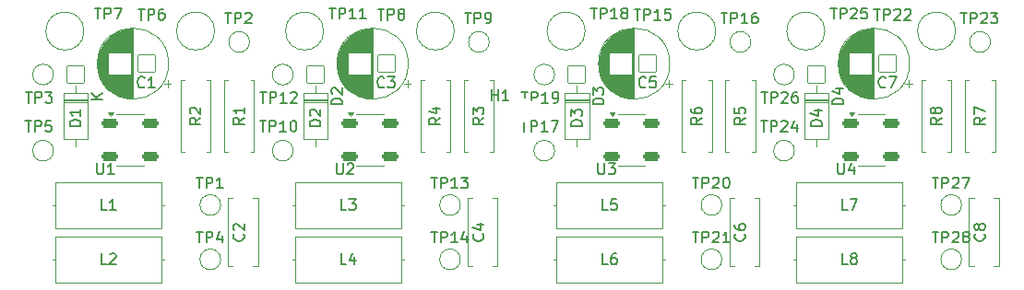
<source format=gbr>
%TF.GenerationSoftware,KiCad,Pcbnew,8.0.6*%
%TF.CreationDate,2024-12-08T18:35:23+09:00*%
%TF.ProjectId,backplane,6261636b-706c-4616-9e65-2e6b69636164,rev?*%
%TF.SameCoordinates,Original*%
%TF.FileFunction,Legend,Top*%
%TF.FilePolarity,Positive*%
%FSLAX46Y46*%
G04 Gerber Fmt 4.6, Leading zero omitted, Abs format (unit mm)*
G04 Created by KiCad (PCBNEW 8.0.6) date 2024-12-08 18:35:23*
%MOMM*%
%LPD*%
G01*
G04 APERTURE LIST*
G04 Aperture macros list*
%AMRoundRect*
0 Rectangle with rounded corners*
0 $1 Rounding radius*
0 $2 $3 $4 $5 $6 $7 $8 $9 X,Y pos of 4 corners*
0 Add a 4 corners polygon primitive as box body*
4,1,4,$2,$3,$4,$5,$6,$7,$8,$9,$2,$3,0*
0 Add four circle primitives for the rounded corners*
1,1,$1+$1,$2,$3*
1,1,$1+$1,$4,$5*
1,1,$1+$1,$6,$7*
1,1,$1+$1,$8,$9*
0 Add four rect primitives between the rounded corners*
20,1,$1+$1,$2,$3,$4,$5,0*
20,1,$1+$1,$4,$5,$6,$7,0*
20,1,$1+$1,$6,$7,$8,$9,0*
20,1,$1+$1,$8,$9,$2,$3,0*%
%AMFreePoly0*
4,1,25,0.426870,1.026870,0.915740,0.538000,2.600000,0.538000,2.626870,0.526870,2.638000,0.500000,2.638000,-0.500000,2.626870,-0.526870,2.600000,-0.538000,0.915740,-0.538000,0.426870,-1.026870,0.400000,-1.038000,-0.400000,-1.038000,-0.426870,-1.026870,-0.915740,-0.538000,-2.600000,-0.538000,-2.626870,-0.526870,-2.638000,-0.500000,-2.638000,0.500000,-2.626870,0.526870,-2.600000,0.538000,
-0.915740,0.538000,-0.426870,1.026870,-0.400000,1.038000,0.400000,1.038000,0.426870,1.026870,0.426870,1.026870,$1*%
G04 Aperture macros list end*
%ADD10C,0.150000*%
%ADD11C,0.120000*%
%ADD12C,3.076000*%
%ADD13RoundRect,0.038000X-0.800000X0.800000X-0.800000X-0.800000X0.800000X-0.800000X0.800000X0.800000X0*%
%ADD14O,1.676000X1.676000*%
%ADD15RoundRect,0.038000X0.800000X0.800000X-0.800000X0.800000X-0.800000X-0.800000X0.800000X-0.800000X0*%
%ADD16C,1.676000*%
%ADD17C,2.076000*%
%ADD18O,2.076000X2.076000*%
%ADD19C,1.576000*%
%ADD20RoundRect,0.194000X-0.594000X-0.194000X0.594000X-0.194000X0.594000X0.194000X-0.594000X0.194000X0*%
%ADD21FreePoly0,0.000000*%
%ADD22C,2.276000*%
G04 APERTURE END LIST*
D10*
X10738095Y-966697D02*
X11309523Y-966697D01*
X11023809Y-1966697D02*
X11023809Y-966697D01*
X11642857Y-1966697D02*
X11642857Y-966697D01*
X11642857Y-966697D02*
X12023809Y-966697D01*
X12023809Y-966697D02*
X12119047Y-1014316D01*
X12119047Y-1014316D02*
X12166666Y-1061935D01*
X12166666Y-1061935D02*
X12214285Y-1157173D01*
X12214285Y-1157173D02*
X12214285Y-1300030D01*
X12214285Y-1300030D02*
X12166666Y-1395268D01*
X12166666Y-1395268D02*
X12119047Y-1442887D01*
X12119047Y-1442887D02*
X12023809Y-1490506D01*
X12023809Y-1490506D02*
X11642857Y-1490506D01*
X13071428Y-966697D02*
X12880952Y-966697D01*
X12880952Y-966697D02*
X12785714Y-1014316D01*
X12785714Y-1014316D02*
X12738095Y-1061935D01*
X12738095Y-1061935D02*
X12642857Y-1204792D01*
X12642857Y-1204792D02*
X12595238Y-1395268D01*
X12595238Y-1395268D02*
X12595238Y-1776220D01*
X12595238Y-1776220D02*
X12642857Y-1871458D01*
X12642857Y-1871458D02*
X12690476Y-1919078D01*
X12690476Y-1919078D02*
X12785714Y-1966697D01*
X12785714Y-1966697D02*
X12976190Y-1966697D01*
X12976190Y-1966697D02*
X13071428Y-1919078D01*
X13071428Y-1919078D02*
X13119047Y-1871458D01*
X13119047Y-1871458D02*
X13166666Y-1776220D01*
X13166666Y-1776220D02*
X13166666Y-1538125D01*
X13166666Y-1538125D02*
X13119047Y-1442887D01*
X13119047Y-1442887D02*
X13071428Y-1395268D01*
X13071428Y-1395268D02*
X12976190Y-1347649D01*
X12976190Y-1347649D02*
X12785714Y-1347649D01*
X12785714Y-1347649D02*
X12690476Y-1395268D01*
X12690476Y-1395268D02*
X12642857Y-1442887D01*
X12642857Y-1442887D02*
X12595238Y-1538125D01*
X52261905Y-873220D02*
X52833333Y-873220D01*
X52547619Y-1873220D02*
X52547619Y-873220D01*
X53166667Y-1873220D02*
X53166667Y-873220D01*
X53166667Y-873220D02*
X53547619Y-873220D01*
X53547619Y-873220D02*
X53642857Y-920839D01*
X53642857Y-920839D02*
X53690476Y-968458D01*
X53690476Y-968458D02*
X53738095Y-1063696D01*
X53738095Y-1063696D02*
X53738095Y-1206553D01*
X53738095Y-1206553D02*
X53690476Y-1301791D01*
X53690476Y-1301791D02*
X53642857Y-1349410D01*
X53642857Y-1349410D02*
X53547619Y-1397029D01*
X53547619Y-1397029D02*
X53166667Y-1397029D01*
X54690476Y-1873220D02*
X54119048Y-1873220D01*
X54404762Y-1873220D02*
X54404762Y-873220D01*
X54404762Y-873220D02*
X54309524Y-1016077D01*
X54309524Y-1016077D02*
X54214286Y-1111315D01*
X54214286Y-1111315D02*
X54119048Y-1158934D01*
X55261905Y-1301791D02*
X55166667Y-1254172D01*
X55166667Y-1254172D02*
X55119048Y-1206553D01*
X55119048Y-1206553D02*
X55071429Y-1111315D01*
X55071429Y-1111315D02*
X55071429Y-1063696D01*
X55071429Y-1063696D02*
X55119048Y-968458D01*
X55119048Y-968458D02*
X55166667Y-920839D01*
X55166667Y-920839D02*
X55261905Y-873220D01*
X55261905Y-873220D02*
X55452381Y-873220D01*
X55452381Y-873220D02*
X55547619Y-920839D01*
X55547619Y-920839D02*
X55595238Y-968458D01*
X55595238Y-968458D02*
X55642857Y-1063696D01*
X55642857Y-1063696D02*
X55642857Y-1111315D01*
X55642857Y-1111315D02*
X55595238Y-1206553D01*
X55595238Y-1206553D02*
X55547619Y-1254172D01*
X55547619Y-1254172D02*
X55452381Y-1301791D01*
X55452381Y-1301791D02*
X55261905Y-1301791D01*
X55261905Y-1301791D02*
X55166667Y-1349410D01*
X55166667Y-1349410D02*
X55119048Y-1397029D01*
X55119048Y-1397029D02*
X55071429Y-1492267D01*
X55071429Y-1492267D02*
X55071429Y-1682743D01*
X55071429Y-1682743D02*
X55119048Y-1777981D01*
X55119048Y-1777981D02*
X55166667Y-1825601D01*
X55166667Y-1825601D02*
X55261905Y-1873220D01*
X55261905Y-1873220D02*
X55452381Y-1873220D01*
X55452381Y-1873220D02*
X55547619Y-1825601D01*
X55547619Y-1825601D02*
X55595238Y-1777981D01*
X55595238Y-1777981D02*
X55642857Y-1682743D01*
X55642857Y-1682743D02*
X55642857Y-1492267D01*
X55642857Y-1492267D02*
X55595238Y-1397029D01*
X55595238Y-1397029D02*
X55547619Y-1349410D01*
X55547619Y-1349410D02*
X55452381Y-1301791D01*
X53454819Y-9738094D02*
X52454819Y-9738094D01*
X52454819Y-9738094D02*
X52454819Y-9499999D01*
X52454819Y-9499999D02*
X52502438Y-9357142D01*
X52502438Y-9357142D02*
X52597676Y-9261904D01*
X52597676Y-9261904D02*
X52692914Y-9214285D01*
X52692914Y-9214285D02*
X52883390Y-9166666D01*
X52883390Y-9166666D02*
X53026247Y-9166666D01*
X53026247Y-9166666D02*
X53216723Y-9214285D01*
X53216723Y-9214285D02*
X53311961Y-9261904D01*
X53311961Y-9261904D02*
X53407200Y-9357142D01*
X53407200Y-9357142D02*
X53454819Y-9499999D01*
X53454819Y-9499999D02*
X53454819Y-9738094D01*
X52454819Y-8833332D02*
X52454819Y-8214285D01*
X52454819Y-8214285D02*
X52835771Y-8547618D01*
X52835771Y-8547618D02*
X52835771Y-8404761D01*
X52835771Y-8404761D02*
X52883390Y-8309523D01*
X52883390Y-8309523D02*
X52931009Y-8261904D01*
X52931009Y-8261904D02*
X53026247Y-8214285D01*
X53026247Y-8214285D02*
X53264342Y-8214285D01*
X53264342Y-8214285D02*
X53359580Y-8261904D01*
X53359580Y-8261904D02*
X53407200Y-8309523D01*
X53407200Y-8309523D02*
X53454819Y-8404761D01*
X53454819Y-8404761D02*
X53454819Y-8690475D01*
X53454819Y-8690475D02*
X53407200Y-8785713D01*
X53407200Y-8785713D02*
X53359580Y-8833332D01*
X51454819Y-11738094D02*
X50454819Y-11738094D01*
X50454819Y-11738094D02*
X50454819Y-11499999D01*
X50454819Y-11499999D02*
X50502438Y-11357142D01*
X50502438Y-11357142D02*
X50597676Y-11261904D01*
X50597676Y-11261904D02*
X50692914Y-11214285D01*
X50692914Y-11214285D02*
X50883390Y-11166666D01*
X50883390Y-11166666D02*
X51026247Y-11166666D01*
X51026247Y-11166666D02*
X51216723Y-11214285D01*
X51216723Y-11214285D02*
X51311961Y-11261904D01*
X51311961Y-11261904D02*
X51407200Y-11357142D01*
X51407200Y-11357142D02*
X51454819Y-11499999D01*
X51454819Y-11499999D02*
X51454819Y-11738094D01*
X50454819Y-10833332D02*
X50454819Y-10214285D01*
X50454819Y-10214285D02*
X50835771Y-10547618D01*
X50835771Y-10547618D02*
X50835771Y-10404761D01*
X50835771Y-10404761D02*
X50883390Y-10309523D01*
X50883390Y-10309523D02*
X50931009Y-10261904D01*
X50931009Y-10261904D02*
X51026247Y-10214285D01*
X51026247Y-10214285D02*
X51264342Y-10214285D01*
X51264342Y-10214285D02*
X51359580Y-10261904D01*
X51359580Y-10261904D02*
X51407200Y-10309523D01*
X51407200Y-10309523D02*
X51454819Y-10404761D01*
X51454819Y-10404761D02*
X51454819Y-10690475D01*
X51454819Y-10690475D02*
X51407200Y-10785713D01*
X51407200Y-10785713D02*
X51359580Y-10833332D01*
X79302632Y-8109426D02*
X79255013Y-8157046D01*
X79255013Y-8157046D02*
X79112156Y-8204665D01*
X79112156Y-8204665D02*
X79016918Y-8204665D01*
X79016918Y-8204665D02*
X78874061Y-8157046D01*
X78874061Y-8157046D02*
X78778823Y-8061807D01*
X78778823Y-8061807D02*
X78731204Y-7966569D01*
X78731204Y-7966569D02*
X78683585Y-7776093D01*
X78683585Y-7776093D02*
X78683585Y-7633236D01*
X78683585Y-7633236D02*
X78731204Y-7442760D01*
X78731204Y-7442760D02*
X78778823Y-7347522D01*
X78778823Y-7347522D02*
X78874061Y-7252284D01*
X78874061Y-7252284D02*
X79016918Y-7204665D01*
X79016918Y-7204665D02*
X79112156Y-7204665D01*
X79112156Y-7204665D02*
X79255013Y-7252284D01*
X79255013Y-7252284D02*
X79302632Y-7299903D01*
X79635966Y-7204665D02*
X80302632Y-7204665D01*
X80302632Y-7204665D02*
X79874061Y-8204665D01*
X88359580Y-21666666D02*
X88407200Y-21714285D01*
X88407200Y-21714285D02*
X88454819Y-21857142D01*
X88454819Y-21857142D02*
X88454819Y-21952380D01*
X88454819Y-21952380D02*
X88407200Y-22095237D01*
X88407200Y-22095237D02*
X88311961Y-22190475D01*
X88311961Y-22190475D02*
X88216723Y-22238094D01*
X88216723Y-22238094D02*
X88026247Y-22285713D01*
X88026247Y-22285713D02*
X87883390Y-22285713D01*
X87883390Y-22285713D02*
X87692914Y-22238094D01*
X87692914Y-22238094D02*
X87597676Y-22190475D01*
X87597676Y-22190475D02*
X87502438Y-22095237D01*
X87502438Y-22095237D02*
X87454819Y-21952380D01*
X87454819Y-21952380D02*
X87454819Y-21857142D01*
X87454819Y-21857142D02*
X87502438Y-21714285D01*
X87502438Y-21714285D02*
X87550057Y-21666666D01*
X87883390Y-21095237D02*
X87835771Y-21190475D01*
X87835771Y-21190475D02*
X87788152Y-21238094D01*
X87788152Y-21238094D02*
X87692914Y-21285713D01*
X87692914Y-21285713D02*
X87645295Y-21285713D01*
X87645295Y-21285713D02*
X87550057Y-21238094D01*
X87550057Y-21238094D02*
X87502438Y-21190475D01*
X87502438Y-21190475D02*
X87454819Y-21095237D01*
X87454819Y-21095237D02*
X87454819Y-20904761D01*
X87454819Y-20904761D02*
X87502438Y-20809523D01*
X87502438Y-20809523D02*
X87550057Y-20761904D01*
X87550057Y-20761904D02*
X87645295Y-20714285D01*
X87645295Y-20714285D02*
X87692914Y-20714285D01*
X87692914Y-20714285D02*
X87788152Y-20761904D01*
X87788152Y-20761904D02*
X87835771Y-20809523D01*
X87835771Y-20809523D02*
X87883390Y-20904761D01*
X87883390Y-20904761D02*
X87883390Y-21095237D01*
X87883390Y-21095237D02*
X87931009Y-21190475D01*
X87931009Y-21190475D02*
X87978628Y-21238094D01*
X87978628Y-21238094D02*
X88073866Y-21285713D01*
X88073866Y-21285713D02*
X88264342Y-21285713D01*
X88264342Y-21285713D02*
X88359580Y-21238094D01*
X88359580Y-21238094D02*
X88407200Y-21190475D01*
X88407200Y-21190475D02*
X88454819Y-21095237D01*
X88454819Y-21095237D02*
X88454819Y-20904761D01*
X88454819Y-20904761D02*
X88407200Y-20809523D01*
X88407200Y-20809523D02*
X88359580Y-20761904D01*
X88359580Y-20761904D02*
X88264342Y-20714285D01*
X88264342Y-20714285D02*
X88073866Y-20714285D01*
X88073866Y-20714285D02*
X87978628Y-20761904D01*
X87978628Y-20761904D02*
X87931009Y-20809523D01*
X87931009Y-20809523D02*
X87883390Y-20904761D01*
X53833333Y-19454819D02*
X53357143Y-19454819D01*
X53357143Y-19454819D02*
X53357143Y-18454819D01*
X54642857Y-18454819D02*
X54166667Y-18454819D01*
X54166667Y-18454819D02*
X54119048Y-18931009D01*
X54119048Y-18931009D02*
X54166667Y-18883390D01*
X54166667Y-18883390D02*
X54261905Y-18835771D01*
X54261905Y-18835771D02*
X54500000Y-18835771D01*
X54500000Y-18835771D02*
X54595238Y-18883390D01*
X54595238Y-18883390D02*
X54642857Y-18931009D01*
X54642857Y-18931009D02*
X54690476Y-19026247D01*
X54690476Y-19026247D02*
X54690476Y-19264342D01*
X54690476Y-19264342D02*
X54642857Y-19359580D01*
X54642857Y-19359580D02*
X54595238Y-19407200D01*
X54595238Y-19407200D02*
X54500000Y-19454819D01*
X54500000Y-19454819D02*
X54261905Y-19454819D01*
X54261905Y-19454819D02*
X54166667Y-19407200D01*
X54166667Y-19407200D02*
X54119048Y-19359580D01*
X29454819Y-9738094D02*
X28454819Y-9738094D01*
X28454819Y-9738094D02*
X28454819Y-9499999D01*
X28454819Y-9499999D02*
X28502438Y-9357142D01*
X28502438Y-9357142D02*
X28597676Y-9261904D01*
X28597676Y-9261904D02*
X28692914Y-9214285D01*
X28692914Y-9214285D02*
X28883390Y-9166666D01*
X28883390Y-9166666D02*
X29026247Y-9166666D01*
X29026247Y-9166666D02*
X29216723Y-9214285D01*
X29216723Y-9214285D02*
X29311961Y-9261904D01*
X29311961Y-9261904D02*
X29407200Y-9357142D01*
X29407200Y-9357142D02*
X29454819Y-9499999D01*
X29454819Y-9499999D02*
X29454819Y-9738094D01*
X28550057Y-8785713D02*
X28502438Y-8738094D01*
X28502438Y-8738094D02*
X28454819Y-8642856D01*
X28454819Y-8642856D02*
X28454819Y-8404761D01*
X28454819Y-8404761D02*
X28502438Y-8309523D01*
X28502438Y-8309523D02*
X28550057Y-8261904D01*
X28550057Y-8261904D02*
X28645295Y-8214285D01*
X28645295Y-8214285D02*
X28740533Y-8214285D01*
X28740533Y-8214285D02*
X28883390Y-8261904D01*
X28883390Y-8261904D02*
X29454819Y-8833332D01*
X29454819Y-8833332D02*
X29454819Y-8214285D01*
X27454819Y-11738094D02*
X26454819Y-11738094D01*
X26454819Y-11738094D02*
X26454819Y-11499999D01*
X26454819Y-11499999D02*
X26502438Y-11357142D01*
X26502438Y-11357142D02*
X26597676Y-11261904D01*
X26597676Y-11261904D02*
X26692914Y-11214285D01*
X26692914Y-11214285D02*
X26883390Y-11166666D01*
X26883390Y-11166666D02*
X27026247Y-11166666D01*
X27026247Y-11166666D02*
X27216723Y-11214285D01*
X27216723Y-11214285D02*
X27311961Y-11261904D01*
X27311961Y-11261904D02*
X27407200Y-11357142D01*
X27407200Y-11357142D02*
X27454819Y-11499999D01*
X27454819Y-11499999D02*
X27454819Y-11738094D01*
X26550057Y-10785713D02*
X26502438Y-10738094D01*
X26502438Y-10738094D02*
X26454819Y-10642856D01*
X26454819Y-10642856D02*
X26454819Y-10404761D01*
X26454819Y-10404761D02*
X26502438Y-10309523D01*
X26502438Y-10309523D02*
X26550057Y-10261904D01*
X26550057Y-10261904D02*
X26645295Y-10214285D01*
X26645295Y-10214285D02*
X26740533Y-10214285D01*
X26740533Y-10214285D02*
X26883390Y-10261904D01*
X26883390Y-10261904D02*
X27454819Y-10833332D01*
X27454819Y-10833332D02*
X27454819Y-10214285D01*
X75454819Y-9738094D02*
X74454819Y-9738094D01*
X74454819Y-9738094D02*
X74454819Y-9499999D01*
X74454819Y-9499999D02*
X74502438Y-9357142D01*
X74502438Y-9357142D02*
X74597676Y-9261904D01*
X74597676Y-9261904D02*
X74692914Y-9214285D01*
X74692914Y-9214285D02*
X74883390Y-9166666D01*
X74883390Y-9166666D02*
X75026247Y-9166666D01*
X75026247Y-9166666D02*
X75216723Y-9214285D01*
X75216723Y-9214285D02*
X75311961Y-9261904D01*
X75311961Y-9261904D02*
X75407200Y-9357142D01*
X75407200Y-9357142D02*
X75454819Y-9499999D01*
X75454819Y-9499999D02*
X75454819Y-9738094D01*
X74788152Y-8309523D02*
X75454819Y-8309523D01*
X74407200Y-8547618D02*
X75121485Y-8785713D01*
X75121485Y-8785713D02*
X75121485Y-8166666D01*
X73454819Y-11738094D02*
X72454819Y-11738094D01*
X72454819Y-11738094D02*
X72454819Y-11499999D01*
X72454819Y-11499999D02*
X72502438Y-11357142D01*
X72502438Y-11357142D02*
X72597676Y-11261904D01*
X72597676Y-11261904D02*
X72692914Y-11214285D01*
X72692914Y-11214285D02*
X72883390Y-11166666D01*
X72883390Y-11166666D02*
X73026247Y-11166666D01*
X73026247Y-11166666D02*
X73216723Y-11214285D01*
X73216723Y-11214285D02*
X73311961Y-11261904D01*
X73311961Y-11261904D02*
X73407200Y-11357142D01*
X73407200Y-11357142D02*
X73454819Y-11499999D01*
X73454819Y-11499999D02*
X73454819Y-11738094D01*
X72788152Y-10309523D02*
X73454819Y-10309523D01*
X72407200Y-10547618D02*
X73121485Y-10785713D01*
X73121485Y-10785713D02*
X73121485Y-10166666D01*
X21924349Y-8597315D02*
X22495777Y-8597315D01*
X22210063Y-9597315D02*
X22210063Y-8597315D01*
X22829111Y-9597315D02*
X22829111Y-8597315D01*
X22829111Y-8597315D02*
X23210063Y-8597315D01*
X23210063Y-8597315D02*
X23305301Y-8644934D01*
X23305301Y-8644934D02*
X23352920Y-8692553D01*
X23352920Y-8692553D02*
X23400539Y-8787791D01*
X23400539Y-8787791D02*
X23400539Y-8930648D01*
X23400539Y-8930648D02*
X23352920Y-9025886D01*
X23352920Y-9025886D02*
X23305301Y-9073505D01*
X23305301Y-9073505D02*
X23210063Y-9121124D01*
X23210063Y-9121124D02*
X22829111Y-9121124D01*
X24352920Y-9597315D02*
X23781492Y-9597315D01*
X24067206Y-9597315D02*
X24067206Y-8597315D01*
X24067206Y-8597315D02*
X23971968Y-8740172D01*
X23971968Y-8740172D02*
X23876730Y-8835410D01*
X23876730Y-8835410D02*
X23781492Y-8883029D01*
X24733873Y-8692553D02*
X24781492Y-8644934D01*
X24781492Y-8644934D02*
X24876730Y-8597315D01*
X24876730Y-8597315D02*
X25114825Y-8597315D01*
X25114825Y-8597315D02*
X25210063Y-8644934D01*
X25210063Y-8644934D02*
X25257682Y-8692553D01*
X25257682Y-8692553D02*
X25305301Y-8787791D01*
X25305301Y-8787791D02*
X25305301Y-8883029D01*
X25305301Y-8883029D02*
X25257682Y-9025886D01*
X25257682Y-9025886D02*
X24686254Y-9597315D01*
X24686254Y-9597315D02*
X25305301Y-9597315D01*
X88454819Y-10976666D02*
X87978628Y-11309999D01*
X88454819Y-11548094D02*
X87454819Y-11548094D01*
X87454819Y-11548094D02*
X87454819Y-11167142D01*
X87454819Y-11167142D02*
X87502438Y-11071904D01*
X87502438Y-11071904D02*
X87550057Y-11024285D01*
X87550057Y-11024285D02*
X87645295Y-10976666D01*
X87645295Y-10976666D02*
X87788152Y-10976666D01*
X87788152Y-10976666D02*
X87883390Y-11024285D01*
X87883390Y-11024285D02*
X87931009Y-11071904D01*
X87931009Y-11071904D02*
X87978628Y-11167142D01*
X87978628Y-11167142D02*
X87978628Y-11548094D01*
X87454819Y-10643332D02*
X87454819Y-9976666D01*
X87454819Y-9976666D02*
X88454819Y-10405237D01*
X38454819Y-10976666D02*
X37978628Y-11309999D01*
X38454819Y-11548094D02*
X37454819Y-11548094D01*
X37454819Y-11548094D02*
X37454819Y-11167142D01*
X37454819Y-11167142D02*
X37502438Y-11071904D01*
X37502438Y-11071904D02*
X37550057Y-11024285D01*
X37550057Y-11024285D02*
X37645295Y-10976666D01*
X37645295Y-10976666D02*
X37788152Y-10976666D01*
X37788152Y-10976666D02*
X37883390Y-11024285D01*
X37883390Y-11024285D02*
X37931009Y-11071904D01*
X37931009Y-11071904D02*
X37978628Y-11167142D01*
X37978628Y-11167142D02*
X37978628Y-11548094D01*
X37788152Y-10119523D02*
X38454819Y-10119523D01*
X37407200Y-10357618D02*
X38121485Y-10595713D01*
X38121485Y-10595713D02*
X38121485Y-9976666D01*
X62454819Y-10976666D02*
X61978628Y-11309999D01*
X62454819Y-11548094D02*
X61454819Y-11548094D01*
X61454819Y-11548094D02*
X61454819Y-11167142D01*
X61454819Y-11167142D02*
X61502438Y-11071904D01*
X61502438Y-11071904D02*
X61550057Y-11024285D01*
X61550057Y-11024285D02*
X61645295Y-10976666D01*
X61645295Y-10976666D02*
X61788152Y-10976666D01*
X61788152Y-10976666D02*
X61883390Y-11024285D01*
X61883390Y-11024285D02*
X61931009Y-11071904D01*
X61931009Y-11071904D02*
X61978628Y-11167142D01*
X61978628Y-11167142D02*
X61978628Y-11548094D01*
X61454819Y-10119523D02*
X61454819Y-10309999D01*
X61454819Y-10309999D02*
X61502438Y-10405237D01*
X61502438Y-10405237D02*
X61550057Y-10452856D01*
X61550057Y-10452856D02*
X61692914Y-10548094D01*
X61692914Y-10548094D02*
X61883390Y-10595713D01*
X61883390Y-10595713D02*
X62264342Y-10595713D01*
X62264342Y-10595713D02*
X62359580Y-10548094D01*
X62359580Y-10548094D02*
X62407200Y-10500475D01*
X62407200Y-10500475D02*
X62454819Y-10405237D01*
X62454819Y-10405237D02*
X62454819Y-10214761D01*
X62454819Y-10214761D02*
X62407200Y-10119523D01*
X62407200Y-10119523D02*
X62359580Y-10071904D01*
X62359580Y-10071904D02*
X62264342Y-10024285D01*
X62264342Y-10024285D02*
X62026247Y-10024285D01*
X62026247Y-10024285D02*
X61931009Y-10071904D01*
X61931009Y-10071904D02*
X61883390Y-10119523D01*
X61883390Y-10119523D02*
X61835771Y-10214761D01*
X61835771Y-10214761D02*
X61835771Y-10405237D01*
X61835771Y-10405237D02*
X61883390Y-10500475D01*
X61883390Y-10500475D02*
X61931009Y-10548094D01*
X61931009Y-10548094D02*
X62026247Y-10595713D01*
X29833333Y-19454819D02*
X29357143Y-19454819D01*
X29357143Y-19454819D02*
X29357143Y-18454819D01*
X30071429Y-18454819D02*
X30690476Y-18454819D01*
X30690476Y-18454819D02*
X30357143Y-18835771D01*
X30357143Y-18835771D02*
X30500000Y-18835771D01*
X30500000Y-18835771D02*
X30595238Y-18883390D01*
X30595238Y-18883390D02*
X30642857Y-18931009D01*
X30642857Y-18931009D02*
X30690476Y-19026247D01*
X30690476Y-19026247D02*
X30690476Y-19264342D01*
X30690476Y-19264342D02*
X30642857Y-19359580D01*
X30642857Y-19359580D02*
X30595238Y-19407200D01*
X30595238Y-19407200D02*
X30500000Y-19454819D01*
X30500000Y-19454819D02*
X30214286Y-19454819D01*
X30214286Y-19454819D02*
X30119048Y-19407200D01*
X30119048Y-19407200D02*
X30071429Y-19359580D01*
X66454819Y-10976666D02*
X65978628Y-11309999D01*
X66454819Y-11548094D02*
X65454819Y-11548094D01*
X65454819Y-11548094D02*
X65454819Y-11167142D01*
X65454819Y-11167142D02*
X65502438Y-11071904D01*
X65502438Y-11071904D02*
X65550057Y-11024285D01*
X65550057Y-11024285D02*
X65645295Y-10976666D01*
X65645295Y-10976666D02*
X65788152Y-10976666D01*
X65788152Y-10976666D02*
X65883390Y-11024285D01*
X65883390Y-11024285D02*
X65931009Y-11071904D01*
X65931009Y-11071904D02*
X65978628Y-11167142D01*
X65978628Y-11167142D02*
X65978628Y-11548094D01*
X65454819Y-10071904D02*
X65454819Y-10548094D01*
X65454819Y-10548094D02*
X65931009Y-10595713D01*
X65931009Y-10595713D02*
X65883390Y-10548094D01*
X65883390Y-10548094D02*
X65835771Y-10452856D01*
X65835771Y-10452856D02*
X65835771Y-10214761D01*
X65835771Y-10214761D02*
X65883390Y-10119523D01*
X65883390Y-10119523D02*
X65931009Y-10071904D01*
X65931009Y-10071904D02*
X66026247Y-10024285D01*
X66026247Y-10024285D02*
X66264342Y-10024285D01*
X66264342Y-10024285D02*
X66359580Y-10071904D01*
X66359580Y-10071904D02*
X66407200Y-10119523D01*
X66407200Y-10119523D02*
X66454819Y-10214761D01*
X66454819Y-10214761D02*
X66454819Y-10452856D01*
X66454819Y-10452856D02*
X66407200Y-10548094D01*
X66407200Y-10548094D02*
X66359580Y-10595713D01*
X37611905Y-16454819D02*
X38183333Y-16454819D01*
X37897619Y-17454819D02*
X37897619Y-16454819D01*
X38516667Y-17454819D02*
X38516667Y-16454819D01*
X38516667Y-16454819D02*
X38897619Y-16454819D01*
X38897619Y-16454819D02*
X38992857Y-16502438D01*
X38992857Y-16502438D02*
X39040476Y-16550057D01*
X39040476Y-16550057D02*
X39088095Y-16645295D01*
X39088095Y-16645295D02*
X39088095Y-16788152D01*
X39088095Y-16788152D02*
X39040476Y-16883390D01*
X39040476Y-16883390D02*
X38992857Y-16931009D01*
X38992857Y-16931009D02*
X38897619Y-16978628D01*
X38897619Y-16978628D02*
X38516667Y-16978628D01*
X40040476Y-17454819D02*
X39469048Y-17454819D01*
X39754762Y-17454819D02*
X39754762Y-16454819D01*
X39754762Y-16454819D02*
X39659524Y-16597676D01*
X39659524Y-16597676D02*
X39564286Y-16692914D01*
X39564286Y-16692914D02*
X39469048Y-16740533D01*
X40373810Y-16454819D02*
X40992857Y-16454819D01*
X40992857Y-16454819D02*
X40659524Y-16835771D01*
X40659524Y-16835771D02*
X40802381Y-16835771D01*
X40802381Y-16835771D02*
X40897619Y-16883390D01*
X40897619Y-16883390D02*
X40945238Y-16931009D01*
X40945238Y-16931009D02*
X40992857Y-17026247D01*
X40992857Y-17026247D02*
X40992857Y-17264342D01*
X40992857Y-17264342D02*
X40945238Y-17359580D01*
X40945238Y-17359580D02*
X40897619Y-17407200D01*
X40897619Y-17407200D02*
X40802381Y-17454819D01*
X40802381Y-17454819D02*
X40516667Y-17454819D01*
X40516667Y-17454819D02*
X40421429Y-17407200D01*
X40421429Y-17407200D02*
X40373810Y-17359580D01*
X61611905Y-21454819D02*
X62183333Y-21454819D01*
X61897619Y-22454819D02*
X61897619Y-21454819D01*
X62516667Y-22454819D02*
X62516667Y-21454819D01*
X62516667Y-21454819D02*
X62897619Y-21454819D01*
X62897619Y-21454819D02*
X62992857Y-21502438D01*
X62992857Y-21502438D02*
X63040476Y-21550057D01*
X63040476Y-21550057D02*
X63088095Y-21645295D01*
X63088095Y-21645295D02*
X63088095Y-21788152D01*
X63088095Y-21788152D02*
X63040476Y-21883390D01*
X63040476Y-21883390D02*
X62992857Y-21931009D01*
X62992857Y-21931009D02*
X62897619Y-21978628D01*
X62897619Y-21978628D02*
X62516667Y-21978628D01*
X63469048Y-21550057D02*
X63516667Y-21502438D01*
X63516667Y-21502438D02*
X63611905Y-21454819D01*
X63611905Y-21454819D02*
X63850000Y-21454819D01*
X63850000Y-21454819D02*
X63945238Y-21502438D01*
X63945238Y-21502438D02*
X63992857Y-21550057D01*
X63992857Y-21550057D02*
X64040476Y-21645295D01*
X64040476Y-21645295D02*
X64040476Y-21740533D01*
X64040476Y-21740533D02*
X63992857Y-21883390D01*
X63992857Y-21883390D02*
X63421429Y-22454819D01*
X63421429Y-22454819D02*
X64040476Y-22454819D01*
X64992857Y-22454819D02*
X64421429Y-22454819D01*
X64707143Y-22454819D02*
X64707143Y-21454819D01*
X64707143Y-21454819D02*
X64611905Y-21597676D01*
X64611905Y-21597676D02*
X64516667Y-21692914D01*
X64516667Y-21692914D02*
X64421429Y-21740533D01*
X45924349Y-8597315D02*
X46495777Y-8597315D01*
X46210063Y-9597315D02*
X46210063Y-8597315D01*
X46829111Y-9597315D02*
X46829111Y-8597315D01*
X46829111Y-8597315D02*
X47210063Y-8597315D01*
X47210063Y-8597315D02*
X47305301Y-8644934D01*
X47305301Y-8644934D02*
X47352920Y-8692553D01*
X47352920Y-8692553D02*
X47400539Y-8787791D01*
X47400539Y-8787791D02*
X47400539Y-8930648D01*
X47400539Y-8930648D02*
X47352920Y-9025886D01*
X47352920Y-9025886D02*
X47305301Y-9073505D01*
X47305301Y-9073505D02*
X47210063Y-9121124D01*
X47210063Y-9121124D02*
X46829111Y-9121124D01*
X48352920Y-9597315D02*
X47781492Y-9597315D01*
X48067206Y-9597315D02*
X48067206Y-8597315D01*
X48067206Y-8597315D02*
X47971968Y-8740172D01*
X47971968Y-8740172D02*
X47876730Y-8835410D01*
X47876730Y-8835410D02*
X47781492Y-8883029D01*
X48829111Y-9597315D02*
X49019587Y-9597315D01*
X49019587Y-9597315D02*
X49114825Y-9549696D01*
X49114825Y-9549696D02*
X49162444Y-9502076D01*
X49162444Y-9502076D02*
X49257682Y-9359219D01*
X49257682Y-9359219D02*
X49305301Y-9168743D01*
X49305301Y-9168743D02*
X49305301Y-8787791D01*
X49305301Y-8787791D02*
X49257682Y-8692553D01*
X49257682Y-8692553D02*
X49210063Y-8644934D01*
X49210063Y-8644934D02*
X49114825Y-8597315D01*
X49114825Y-8597315D02*
X48924349Y-8597315D01*
X48924349Y-8597315D02*
X48829111Y-8644934D01*
X48829111Y-8644934D02*
X48781492Y-8692553D01*
X48781492Y-8692553D02*
X48733873Y-8787791D01*
X48733873Y-8787791D02*
X48733873Y-9025886D01*
X48733873Y-9025886D02*
X48781492Y-9121124D01*
X48781492Y-9121124D02*
X48829111Y-9168743D01*
X48829111Y-9168743D02*
X48924349Y-9216362D01*
X48924349Y-9216362D02*
X49114825Y-9216362D01*
X49114825Y-9216362D02*
X49210063Y-9168743D01*
X49210063Y-9168743D02*
X49257682Y-9121124D01*
X49257682Y-9121124D02*
X49305301Y-9025886D01*
X28942348Y-15163195D02*
X28942348Y-15972718D01*
X28942348Y-15972718D02*
X28989967Y-16067956D01*
X28989967Y-16067956D02*
X29037586Y-16115576D01*
X29037586Y-16115576D02*
X29132824Y-16163195D01*
X29132824Y-16163195D02*
X29323300Y-16163195D01*
X29323300Y-16163195D02*
X29418538Y-16115576D01*
X29418538Y-16115576D02*
X29466157Y-16067956D01*
X29466157Y-16067956D02*
X29513776Y-15972718D01*
X29513776Y-15972718D02*
X29513776Y-15163195D01*
X29942348Y-15258433D02*
X29989967Y-15210814D01*
X29989967Y-15210814D02*
X30085205Y-15163195D01*
X30085205Y-15163195D02*
X30323300Y-15163195D01*
X30323300Y-15163195D02*
X30418538Y-15210814D01*
X30418538Y-15210814D02*
X30466157Y-15258433D01*
X30466157Y-15258433D02*
X30513776Y-15353671D01*
X30513776Y-15353671D02*
X30513776Y-15448909D01*
X30513776Y-15448909D02*
X30466157Y-15591766D01*
X30466157Y-15591766D02*
X29894729Y-16163195D01*
X29894729Y-16163195D02*
X30513776Y-16163195D01*
X20454819Y-10976666D02*
X19978628Y-11309999D01*
X20454819Y-11548094D02*
X19454819Y-11548094D01*
X19454819Y-11548094D02*
X19454819Y-11167142D01*
X19454819Y-11167142D02*
X19502438Y-11071904D01*
X19502438Y-11071904D02*
X19550057Y-11024285D01*
X19550057Y-11024285D02*
X19645295Y-10976666D01*
X19645295Y-10976666D02*
X19788152Y-10976666D01*
X19788152Y-10976666D02*
X19883390Y-11024285D01*
X19883390Y-11024285D02*
X19931009Y-11071904D01*
X19931009Y-11071904D02*
X19978628Y-11167142D01*
X19978628Y-11167142D02*
X19978628Y-11548094D01*
X20454819Y-10024285D02*
X20454819Y-10595713D01*
X20454819Y-10309999D02*
X19454819Y-10309999D01*
X19454819Y-10309999D02*
X19597676Y-10405237D01*
X19597676Y-10405237D02*
X19692914Y-10500475D01*
X19692914Y-10500475D02*
X19740533Y-10595713D01*
X6942348Y-15163195D02*
X6942348Y-15972718D01*
X6942348Y-15972718D02*
X6989967Y-16067956D01*
X6989967Y-16067956D02*
X7037586Y-16115576D01*
X7037586Y-16115576D02*
X7132824Y-16163195D01*
X7132824Y-16163195D02*
X7323300Y-16163195D01*
X7323300Y-16163195D02*
X7418538Y-16115576D01*
X7418538Y-16115576D02*
X7466157Y-16067956D01*
X7466157Y-16067956D02*
X7513776Y-15972718D01*
X7513776Y-15972718D02*
X7513776Y-15163195D01*
X8513776Y-16163195D02*
X7942348Y-16163195D01*
X8228062Y-16163195D02*
X8228062Y-15163195D01*
X8228062Y-15163195D02*
X8132824Y-15306052D01*
X8132824Y-15306052D02*
X8037586Y-15401290D01*
X8037586Y-15401290D02*
X7942348Y-15448909D01*
X28261905Y-873220D02*
X28833333Y-873220D01*
X28547619Y-1873220D02*
X28547619Y-873220D01*
X29166667Y-1873220D02*
X29166667Y-873220D01*
X29166667Y-873220D02*
X29547619Y-873220D01*
X29547619Y-873220D02*
X29642857Y-920839D01*
X29642857Y-920839D02*
X29690476Y-968458D01*
X29690476Y-968458D02*
X29738095Y-1063696D01*
X29738095Y-1063696D02*
X29738095Y-1206553D01*
X29738095Y-1206553D02*
X29690476Y-1301791D01*
X29690476Y-1301791D02*
X29642857Y-1349410D01*
X29642857Y-1349410D02*
X29547619Y-1397029D01*
X29547619Y-1397029D02*
X29166667Y-1397029D01*
X30690476Y-1873220D02*
X30119048Y-1873220D01*
X30404762Y-1873220D02*
X30404762Y-873220D01*
X30404762Y-873220D02*
X30309524Y-1016077D01*
X30309524Y-1016077D02*
X30214286Y-1111315D01*
X30214286Y-1111315D02*
X30119048Y-1158934D01*
X31642857Y-1873220D02*
X31071429Y-1873220D01*
X31357143Y-1873220D02*
X31357143Y-873220D01*
X31357143Y-873220D02*
X31261905Y-1016077D01*
X31261905Y-1016077D02*
X31166667Y-1111315D01*
X31166667Y-1111315D02*
X31071429Y-1158934D01*
X16088095Y-16454819D02*
X16659523Y-16454819D01*
X16373809Y-17454819D02*
X16373809Y-16454819D01*
X16992857Y-17454819D02*
X16992857Y-16454819D01*
X16992857Y-16454819D02*
X17373809Y-16454819D01*
X17373809Y-16454819D02*
X17469047Y-16502438D01*
X17469047Y-16502438D02*
X17516666Y-16550057D01*
X17516666Y-16550057D02*
X17564285Y-16645295D01*
X17564285Y-16645295D02*
X17564285Y-16788152D01*
X17564285Y-16788152D02*
X17516666Y-16883390D01*
X17516666Y-16883390D02*
X17469047Y-16931009D01*
X17469047Y-16931009D02*
X17373809Y-16978628D01*
X17373809Y-16978628D02*
X16992857Y-16978628D01*
X18516666Y-17454819D02*
X17945238Y-17454819D01*
X18230952Y-17454819D02*
X18230952Y-16454819D01*
X18230952Y-16454819D02*
X18135714Y-16597676D01*
X18135714Y-16597676D02*
X18040476Y-16692914D01*
X18040476Y-16692914D02*
X17945238Y-16740533D01*
X11302632Y-8109426D02*
X11255013Y-8157046D01*
X11255013Y-8157046D02*
X11112156Y-8204665D01*
X11112156Y-8204665D02*
X11016918Y-8204665D01*
X11016918Y-8204665D02*
X10874061Y-8157046D01*
X10874061Y-8157046D02*
X10778823Y-8061807D01*
X10778823Y-8061807D02*
X10731204Y-7966569D01*
X10731204Y-7966569D02*
X10683585Y-7776093D01*
X10683585Y-7776093D02*
X10683585Y-7633236D01*
X10683585Y-7633236D02*
X10731204Y-7442760D01*
X10731204Y-7442760D02*
X10778823Y-7347522D01*
X10778823Y-7347522D02*
X10874061Y-7252284D01*
X10874061Y-7252284D02*
X11016918Y-7204665D01*
X11016918Y-7204665D02*
X11112156Y-7204665D01*
X11112156Y-7204665D02*
X11255013Y-7252284D01*
X11255013Y-7252284D02*
X11302632Y-7299903D01*
X12255013Y-8204665D02*
X11683585Y-8204665D01*
X11969299Y-8204665D02*
X11969299Y-7204665D01*
X11969299Y-7204665D02*
X11874061Y-7347522D01*
X11874061Y-7347522D02*
X11778823Y-7442760D01*
X11778823Y-7442760D02*
X11683585Y-7490379D01*
X16454819Y-10976666D02*
X15978628Y-11309999D01*
X16454819Y-11548094D02*
X15454819Y-11548094D01*
X15454819Y-11548094D02*
X15454819Y-11167142D01*
X15454819Y-11167142D02*
X15502438Y-11071904D01*
X15502438Y-11071904D02*
X15550057Y-11024285D01*
X15550057Y-11024285D02*
X15645295Y-10976666D01*
X15645295Y-10976666D02*
X15788152Y-10976666D01*
X15788152Y-10976666D02*
X15883390Y-11024285D01*
X15883390Y-11024285D02*
X15931009Y-11071904D01*
X15931009Y-11071904D02*
X15978628Y-11167142D01*
X15978628Y-11167142D02*
X15978628Y-11548094D01*
X15550057Y-10595713D02*
X15502438Y-10548094D01*
X15502438Y-10548094D02*
X15454819Y-10452856D01*
X15454819Y-10452856D02*
X15454819Y-10214761D01*
X15454819Y-10214761D02*
X15502438Y-10119523D01*
X15502438Y-10119523D02*
X15550057Y-10071904D01*
X15550057Y-10071904D02*
X15645295Y-10024285D01*
X15645295Y-10024285D02*
X15740533Y-10024285D01*
X15740533Y-10024285D02*
X15883390Y-10071904D01*
X15883390Y-10071904D02*
X16454819Y-10643332D01*
X16454819Y-10643332D02*
X16454819Y-10024285D01*
X6738095Y-873220D02*
X7309523Y-873220D01*
X7023809Y-1873220D02*
X7023809Y-873220D01*
X7642857Y-1873220D02*
X7642857Y-873220D01*
X7642857Y-873220D02*
X8023809Y-873220D01*
X8023809Y-873220D02*
X8119047Y-920839D01*
X8119047Y-920839D02*
X8166666Y-968458D01*
X8166666Y-968458D02*
X8214285Y-1063696D01*
X8214285Y-1063696D02*
X8214285Y-1206553D01*
X8214285Y-1206553D02*
X8166666Y-1301791D01*
X8166666Y-1301791D02*
X8119047Y-1349410D01*
X8119047Y-1349410D02*
X8023809Y-1397029D01*
X8023809Y-1397029D02*
X7642857Y-1397029D01*
X8547619Y-873220D02*
X9214285Y-873220D01*
X9214285Y-873220D02*
X8785714Y-1873220D01*
X21885400Y-11245831D02*
X22456828Y-11245831D01*
X22171114Y-12245831D02*
X22171114Y-11245831D01*
X22790162Y-12245831D02*
X22790162Y-11245831D01*
X22790162Y-11245831D02*
X23171114Y-11245831D01*
X23171114Y-11245831D02*
X23266352Y-11293450D01*
X23266352Y-11293450D02*
X23313971Y-11341069D01*
X23313971Y-11341069D02*
X23361590Y-11436307D01*
X23361590Y-11436307D02*
X23361590Y-11579164D01*
X23361590Y-11579164D02*
X23313971Y-11674402D01*
X23313971Y-11674402D02*
X23266352Y-11722021D01*
X23266352Y-11722021D02*
X23171114Y-11769640D01*
X23171114Y-11769640D02*
X22790162Y-11769640D01*
X24313971Y-12245831D02*
X23742543Y-12245831D01*
X24028257Y-12245831D02*
X24028257Y-11245831D01*
X24028257Y-11245831D02*
X23933019Y-11388688D01*
X23933019Y-11388688D02*
X23837781Y-11483926D01*
X23837781Y-11483926D02*
X23742543Y-11531545D01*
X24933019Y-11245831D02*
X25028257Y-11245831D01*
X25028257Y-11245831D02*
X25123495Y-11293450D01*
X25123495Y-11293450D02*
X25171114Y-11341069D01*
X25171114Y-11341069D02*
X25218733Y-11436307D01*
X25218733Y-11436307D02*
X25266352Y-11626783D01*
X25266352Y-11626783D02*
X25266352Y-11864878D01*
X25266352Y-11864878D02*
X25218733Y-12055354D01*
X25218733Y-12055354D02*
X25171114Y-12150592D01*
X25171114Y-12150592D02*
X25123495Y-12198212D01*
X25123495Y-12198212D02*
X25028257Y-12245831D01*
X25028257Y-12245831D02*
X24933019Y-12245831D01*
X24933019Y-12245831D02*
X24837781Y-12198212D01*
X24837781Y-12198212D02*
X24790162Y-12150592D01*
X24790162Y-12150592D02*
X24742543Y-12055354D01*
X24742543Y-12055354D02*
X24694924Y-11864878D01*
X24694924Y-11864878D02*
X24694924Y-11626783D01*
X24694924Y-11626783D02*
X24742543Y-11436307D01*
X24742543Y-11436307D02*
X24790162Y-11341069D01*
X24790162Y-11341069D02*
X24837781Y-11293450D01*
X24837781Y-11293450D02*
X24933019Y-11245831D01*
X64228187Y-1303214D02*
X64799615Y-1303214D01*
X64513901Y-2303214D02*
X64513901Y-1303214D01*
X65132949Y-2303214D02*
X65132949Y-1303214D01*
X65132949Y-1303214D02*
X65513901Y-1303214D01*
X65513901Y-1303214D02*
X65609139Y-1350833D01*
X65609139Y-1350833D02*
X65656758Y-1398452D01*
X65656758Y-1398452D02*
X65704377Y-1493690D01*
X65704377Y-1493690D02*
X65704377Y-1636547D01*
X65704377Y-1636547D02*
X65656758Y-1731785D01*
X65656758Y-1731785D02*
X65609139Y-1779404D01*
X65609139Y-1779404D02*
X65513901Y-1827023D01*
X65513901Y-1827023D02*
X65132949Y-1827023D01*
X66656758Y-2303214D02*
X66085330Y-2303214D01*
X66371044Y-2303214D02*
X66371044Y-1303214D01*
X66371044Y-1303214D02*
X66275806Y-1446071D01*
X66275806Y-1446071D02*
X66180568Y-1541309D01*
X66180568Y-1541309D02*
X66085330Y-1588928D01*
X67513901Y-1303214D02*
X67323425Y-1303214D01*
X67323425Y-1303214D02*
X67228187Y-1350833D01*
X67228187Y-1350833D02*
X67180568Y-1398452D01*
X67180568Y-1398452D02*
X67085330Y-1541309D01*
X67085330Y-1541309D02*
X67037711Y-1731785D01*
X67037711Y-1731785D02*
X67037711Y-2112737D01*
X67037711Y-2112737D02*
X67085330Y-2207975D01*
X67085330Y-2207975D02*
X67132949Y-2255595D01*
X67132949Y-2255595D02*
X67228187Y-2303214D01*
X67228187Y-2303214D02*
X67418663Y-2303214D01*
X67418663Y-2303214D02*
X67513901Y-2255595D01*
X67513901Y-2255595D02*
X67561520Y-2207975D01*
X67561520Y-2207975D02*
X67609139Y-2112737D01*
X67609139Y-2112737D02*
X67609139Y-1874642D01*
X67609139Y-1874642D02*
X67561520Y-1779404D01*
X67561520Y-1779404D02*
X67513901Y-1731785D01*
X67513901Y-1731785D02*
X67418663Y-1684166D01*
X67418663Y-1684166D02*
X67228187Y-1684166D01*
X67228187Y-1684166D02*
X67132949Y-1731785D01*
X67132949Y-1731785D02*
X67085330Y-1779404D01*
X67085330Y-1779404D02*
X67037711Y-1874642D01*
X7833333Y-24454819D02*
X7357143Y-24454819D01*
X7357143Y-24454819D02*
X7357143Y-23454819D01*
X8119048Y-23550057D02*
X8166667Y-23502438D01*
X8166667Y-23502438D02*
X8261905Y-23454819D01*
X8261905Y-23454819D02*
X8500000Y-23454819D01*
X8500000Y-23454819D02*
X8595238Y-23502438D01*
X8595238Y-23502438D02*
X8642857Y-23550057D01*
X8642857Y-23550057D02*
X8690476Y-23645295D01*
X8690476Y-23645295D02*
X8690476Y-23740533D01*
X8690476Y-23740533D02*
X8642857Y-23883390D01*
X8642857Y-23883390D02*
X8071429Y-24454819D01*
X8071429Y-24454819D02*
X8690476Y-24454819D01*
X75833333Y-24454819D02*
X75357143Y-24454819D01*
X75357143Y-24454819D02*
X75357143Y-23454819D01*
X76309524Y-23883390D02*
X76214286Y-23835771D01*
X76214286Y-23835771D02*
X76166667Y-23788152D01*
X76166667Y-23788152D02*
X76119048Y-23692914D01*
X76119048Y-23692914D02*
X76119048Y-23645295D01*
X76119048Y-23645295D02*
X76166667Y-23550057D01*
X76166667Y-23550057D02*
X76214286Y-23502438D01*
X76214286Y-23502438D02*
X76309524Y-23454819D01*
X76309524Y-23454819D02*
X76500000Y-23454819D01*
X76500000Y-23454819D02*
X76595238Y-23502438D01*
X76595238Y-23502438D02*
X76642857Y-23550057D01*
X76642857Y-23550057D02*
X76690476Y-23645295D01*
X76690476Y-23645295D02*
X76690476Y-23692914D01*
X76690476Y-23692914D02*
X76642857Y-23788152D01*
X76642857Y-23788152D02*
X76595238Y-23835771D01*
X76595238Y-23835771D02*
X76500000Y-23883390D01*
X76500000Y-23883390D02*
X76309524Y-23883390D01*
X76309524Y-23883390D02*
X76214286Y-23931009D01*
X76214286Y-23931009D02*
X76166667Y-23978628D01*
X76166667Y-23978628D02*
X76119048Y-24073866D01*
X76119048Y-24073866D02*
X76119048Y-24264342D01*
X76119048Y-24264342D02*
X76166667Y-24359580D01*
X76166667Y-24359580D02*
X76214286Y-24407200D01*
X76214286Y-24407200D02*
X76309524Y-24454819D01*
X76309524Y-24454819D02*
X76500000Y-24454819D01*
X76500000Y-24454819D02*
X76595238Y-24407200D01*
X76595238Y-24407200D02*
X76642857Y-24359580D01*
X76642857Y-24359580D02*
X76690476Y-24264342D01*
X76690476Y-24264342D02*
X76690476Y-24073866D01*
X76690476Y-24073866D02*
X76642857Y-23978628D01*
X76642857Y-23978628D02*
X76595238Y-23931009D01*
X76595238Y-23931009D02*
X76500000Y-23883390D01*
X67924349Y-8597315D02*
X68495777Y-8597315D01*
X68210063Y-9597315D02*
X68210063Y-8597315D01*
X68829111Y-9597315D02*
X68829111Y-8597315D01*
X68829111Y-8597315D02*
X69210063Y-8597315D01*
X69210063Y-8597315D02*
X69305301Y-8644934D01*
X69305301Y-8644934D02*
X69352920Y-8692553D01*
X69352920Y-8692553D02*
X69400539Y-8787791D01*
X69400539Y-8787791D02*
X69400539Y-8930648D01*
X69400539Y-8930648D02*
X69352920Y-9025886D01*
X69352920Y-9025886D02*
X69305301Y-9073505D01*
X69305301Y-9073505D02*
X69210063Y-9121124D01*
X69210063Y-9121124D02*
X68829111Y-9121124D01*
X69781492Y-8692553D02*
X69829111Y-8644934D01*
X69829111Y-8644934D02*
X69924349Y-8597315D01*
X69924349Y-8597315D02*
X70162444Y-8597315D01*
X70162444Y-8597315D02*
X70257682Y-8644934D01*
X70257682Y-8644934D02*
X70305301Y-8692553D01*
X70305301Y-8692553D02*
X70352920Y-8787791D01*
X70352920Y-8787791D02*
X70352920Y-8883029D01*
X70352920Y-8883029D02*
X70305301Y-9025886D01*
X70305301Y-9025886D02*
X69733873Y-9597315D01*
X69733873Y-9597315D02*
X70352920Y-9597315D01*
X71210063Y-8597315D02*
X71019587Y-8597315D01*
X71019587Y-8597315D02*
X70924349Y-8644934D01*
X70924349Y-8644934D02*
X70876730Y-8692553D01*
X70876730Y-8692553D02*
X70781492Y-8835410D01*
X70781492Y-8835410D02*
X70733873Y-9025886D01*
X70733873Y-9025886D02*
X70733873Y-9406838D01*
X70733873Y-9406838D02*
X70781492Y-9502076D01*
X70781492Y-9502076D02*
X70829111Y-9549696D01*
X70829111Y-9549696D02*
X70924349Y-9597315D01*
X70924349Y-9597315D02*
X71114825Y-9597315D01*
X71114825Y-9597315D02*
X71210063Y-9549696D01*
X71210063Y-9549696D02*
X71257682Y-9502076D01*
X71257682Y-9502076D02*
X71305301Y-9406838D01*
X71305301Y-9406838D02*
X71305301Y-9168743D01*
X71305301Y-9168743D02*
X71257682Y-9073505D01*
X71257682Y-9073505D02*
X71210063Y-9025886D01*
X71210063Y-9025886D02*
X71114825Y-8978267D01*
X71114825Y-8978267D02*
X70924349Y-8978267D01*
X70924349Y-8978267D02*
X70829111Y-9025886D01*
X70829111Y-9025886D02*
X70781492Y-9073505D01*
X70781492Y-9073505D02*
X70733873Y-9168743D01*
X75833333Y-19454819D02*
X75357143Y-19454819D01*
X75357143Y-19454819D02*
X75357143Y-18454819D01*
X76071429Y-18454819D02*
X76738095Y-18454819D01*
X76738095Y-18454819D02*
X76309524Y-19454819D01*
X45885400Y-11245831D02*
X46456828Y-11245831D01*
X46171114Y-12245831D02*
X46171114Y-11245831D01*
X46790162Y-12245831D02*
X46790162Y-11245831D01*
X46790162Y-11245831D02*
X47171114Y-11245831D01*
X47171114Y-11245831D02*
X47266352Y-11293450D01*
X47266352Y-11293450D02*
X47313971Y-11341069D01*
X47313971Y-11341069D02*
X47361590Y-11436307D01*
X47361590Y-11436307D02*
X47361590Y-11579164D01*
X47361590Y-11579164D02*
X47313971Y-11674402D01*
X47313971Y-11674402D02*
X47266352Y-11722021D01*
X47266352Y-11722021D02*
X47171114Y-11769640D01*
X47171114Y-11769640D02*
X46790162Y-11769640D01*
X48313971Y-12245831D02*
X47742543Y-12245831D01*
X48028257Y-12245831D02*
X48028257Y-11245831D01*
X48028257Y-11245831D02*
X47933019Y-11388688D01*
X47933019Y-11388688D02*
X47837781Y-11483926D01*
X47837781Y-11483926D02*
X47742543Y-11531545D01*
X48647305Y-11245831D02*
X49313971Y-11245831D01*
X49313971Y-11245831D02*
X48885400Y-12245831D01*
X33302632Y-8109426D02*
X33255013Y-8157046D01*
X33255013Y-8157046D02*
X33112156Y-8204665D01*
X33112156Y-8204665D02*
X33016918Y-8204665D01*
X33016918Y-8204665D02*
X32874061Y-8157046D01*
X32874061Y-8157046D02*
X32778823Y-8061807D01*
X32778823Y-8061807D02*
X32731204Y-7966569D01*
X32731204Y-7966569D02*
X32683585Y-7776093D01*
X32683585Y-7776093D02*
X32683585Y-7633236D01*
X32683585Y-7633236D02*
X32731204Y-7442760D01*
X32731204Y-7442760D02*
X32778823Y-7347522D01*
X32778823Y-7347522D02*
X32874061Y-7252284D01*
X32874061Y-7252284D02*
X33016918Y-7204665D01*
X33016918Y-7204665D02*
X33112156Y-7204665D01*
X33112156Y-7204665D02*
X33255013Y-7252284D01*
X33255013Y-7252284D02*
X33302632Y-7299903D01*
X33635966Y-7204665D02*
X34255013Y-7204665D01*
X34255013Y-7204665D02*
X33921680Y-7585617D01*
X33921680Y-7585617D02*
X34064537Y-7585617D01*
X34064537Y-7585617D02*
X34159775Y-7633236D01*
X34159775Y-7633236D02*
X34207394Y-7680855D01*
X34207394Y-7680855D02*
X34255013Y-7776093D01*
X34255013Y-7776093D02*
X34255013Y-8014188D01*
X34255013Y-8014188D02*
X34207394Y-8109426D01*
X34207394Y-8109426D02*
X34159775Y-8157046D01*
X34159775Y-8157046D02*
X34064537Y-8204665D01*
X34064537Y-8204665D02*
X33778823Y-8204665D01*
X33778823Y-8204665D02*
X33683585Y-8157046D01*
X33683585Y-8157046D02*
X33635966Y-8109426D01*
X18704377Y-1303214D02*
X19275805Y-1303214D01*
X18990091Y-2303214D02*
X18990091Y-1303214D01*
X19609139Y-2303214D02*
X19609139Y-1303214D01*
X19609139Y-1303214D02*
X19990091Y-1303214D01*
X19990091Y-1303214D02*
X20085329Y-1350833D01*
X20085329Y-1350833D02*
X20132948Y-1398452D01*
X20132948Y-1398452D02*
X20180567Y-1493690D01*
X20180567Y-1493690D02*
X20180567Y-1636547D01*
X20180567Y-1636547D02*
X20132948Y-1731785D01*
X20132948Y-1731785D02*
X20085329Y-1779404D01*
X20085329Y-1779404D02*
X19990091Y-1827023D01*
X19990091Y-1827023D02*
X19609139Y-1827023D01*
X20561520Y-1398452D02*
X20609139Y-1350833D01*
X20609139Y-1350833D02*
X20704377Y-1303214D01*
X20704377Y-1303214D02*
X20942472Y-1303214D01*
X20942472Y-1303214D02*
X21037710Y-1350833D01*
X21037710Y-1350833D02*
X21085329Y-1398452D01*
X21085329Y-1398452D02*
X21132948Y-1493690D01*
X21132948Y-1493690D02*
X21132948Y-1588928D01*
X21132948Y-1588928D02*
X21085329Y-1731785D01*
X21085329Y-1731785D02*
X20513901Y-2303214D01*
X20513901Y-2303214D02*
X21132948Y-2303214D01*
X5454819Y-11738094D02*
X4454819Y-11738094D01*
X4454819Y-11738094D02*
X4454819Y-11499999D01*
X4454819Y-11499999D02*
X4502438Y-11357142D01*
X4502438Y-11357142D02*
X4597676Y-11261904D01*
X4597676Y-11261904D02*
X4692914Y-11214285D01*
X4692914Y-11214285D02*
X4883390Y-11166666D01*
X4883390Y-11166666D02*
X5026247Y-11166666D01*
X5026247Y-11166666D02*
X5216723Y-11214285D01*
X5216723Y-11214285D02*
X5311961Y-11261904D01*
X5311961Y-11261904D02*
X5407200Y-11357142D01*
X5407200Y-11357142D02*
X5454819Y-11499999D01*
X5454819Y-11499999D02*
X5454819Y-11738094D01*
X5454819Y-10214285D02*
X5454819Y-10785713D01*
X5454819Y-10499999D02*
X4454819Y-10499999D01*
X4454819Y-10499999D02*
X4597676Y-10595237D01*
X4597676Y-10595237D02*
X4692914Y-10690475D01*
X4692914Y-10690475D02*
X4740533Y-10785713D01*
X7454819Y-9261904D02*
X6454819Y-9261904D01*
X7454819Y-8690476D02*
X6883390Y-9119047D01*
X6454819Y-8690476D02*
X7026247Y-9261904D01*
X400539Y-8597315D02*
X971967Y-8597315D01*
X686253Y-9597315D02*
X686253Y-8597315D01*
X1305301Y-9597315D02*
X1305301Y-8597315D01*
X1305301Y-8597315D02*
X1686253Y-8597315D01*
X1686253Y-8597315D02*
X1781491Y-8644934D01*
X1781491Y-8644934D02*
X1829110Y-8692553D01*
X1829110Y-8692553D02*
X1876729Y-8787791D01*
X1876729Y-8787791D02*
X1876729Y-8930648D01*
X1876729Y-8930648D02*
X1829110Y-9025886D01*
X1829110Y-9025886D02*
X1781491Y-9073505D01*
X1781491Y-9073505D02*
X1686253Y-9121124D01*
X1686253Y-9121124D02*
X1305301Y-9121124D01*
X2210063Y-8597315D02*
X2829110Y-8597315D01*
X2829110Y-8597315D02*
X2495777Y-8978267D01*
X2495777Y-8978267D02*
X2638634Y-8978267D01*
X2638634Y-8978267D02*
X2733872Y-9025886D01*
X2733872Y-9025886D02*
X2781491Y-9073505D01*
X2781491Y-9073505D02*
X2829110Y-9168743D01*
X2829110Y-9168743D02*
X2829110Y-9406838D01*
X2829110Y-9406838D02*
X2781491Y-9502076D01*
X2781491Y-9502076D02*
X2733872Y-9549696D01*
X2733872Y-9549696D02*
X2638634Y-9597315D01*
X2638634Y-9597315D02*
X2352920Y-9597315D01*
X2352920Y-9597315D02*
X2257682Y-9549696D01*
X2257682Y-9549696D02*
X2210063Y-9502076D01*
X7833333Y-19454819D02*
X7357143Y-19454819D01*
X7357143Y-19454819D02*
X7357143Y-18454819D01*
X8690476Y-19454819D02*
X8119048Y-19454819D01*
X8404762Y-19454819D02*
X8404762Y-18454819D01*
X8404762Y-18454819D02*
X8309524Y-18597676D01*
X8309524Y-18597676D02*
X8214286Y-18692914D01*
X8214286Y-18692914D02*
X8119048Y-18740533D01*
X37611905Y-21454819D02*
X38183333Y-21454819D01*
X37897619Y-22454819D02*
X37897619Y-21454819D01*
X38516667Y-22454819D02*
X38516667Y-21454819D01*
X38516667Y-21454819D02*
X38897619Y-21454819D01*
X38897619Y-21454819D02*
X38992857Y-21502438D01*
X38992857Y-21502438D02*
X39040476Y-21550057D01*
X39040476Y-21550057D02*
X39088095Y-21645295D01*
X39088095Y-21645295D02*
X39088095Y-21788152D01*
X39088095Y-21788152D02*
X39040476Y-21883390D01*
X39040476Y-21883390D02*
X38992857Y-21931009D01*
X38992857Y-21931009D02*
X38897619Y-21978628D01*
X38897619Y-21978628D02*
X38516667Y-21978628D01*
X40040476Y-22454819D02*
X39469048Y-22454819D01*
X39754762Y-22454819D02*
X39754762Y-21454819D01*
X39754762Y-21454819D02*
X39659524Y-21597676D01*
X39659524Y-21597676D02*
X39564286Y-21692914D01*
X39564286Y-21692914D02*
X39469048Y-21740533D01*
X40897619Y-21788152D02*
X40897619Y-22454819D01*
X40659524Y-21407200D02*
X40421429Y-22121485D01*
X40421429Y-22121485D02*
X41040476Y-22121485D01*
X32738095Y-966697D02*
X33309523Y-966697D01*
X33023809Y-1966697D02*
X33023809Y-966697D01*
X33642857Y-1966697D02*
X33642857Y-966697D01*
X33642857Y-966697D02*
X34023809Y-966697D01*
X34023809Y-966697D02*
X34119047Y-1014316D01*
X34119047Y-1014316D02*
X34166666Y-1061935D01*
X34166666Y-1061935D02*
X34214285Y-1157173D01*
X34214285Y-1157173D02*
X34214285Y-1300030D01*
X34214285Y-1300030D02*
X34166666Y-1395268D01*
X34166666Y-1395268D02*
X34119047Y-1442887D01*
X34119047Y-1442887D02*
X34023809Y-1490506D01*
X34023809Y-1490506D02*
X33642857Y-1490506D01*
X34785714Y-1395268D02*
X34690476Y-1347649D01*
X34690476Y-1347649D02*
X34642857Y-1300030D01*
X34642857Y-1300030D02*
X34595238Y-1204792D01*
X34595238Y-1204792D02*
X34595238Y-1157173D01*
X34595238Y-1157173D02*
X34642857Y-1061935D01*
X34642857Y-1061935D02*
X34690476Y-1014316D01*
X34690476Y-1014316D02*
X34785714Y-966697D01*
X34785714Y-966697D02*
X34976190Y-966697D01*
X34976190Y-966697D02*
X35071428Y-1014316D01*
X35071428Y-1014316D02*
X35119047Y-1061935D01*
X35119047Y-1061935D02*
X35166666Y-1157173D01*
X35166666Y-1157173D02*
X35166666Y-1204792D01*
X35166666Y-1204792D02*
X35119047Y-1300030D01*
X35119047Y-1300030D02*
X35071428Y-1347649D01*
X35071428Y-1347649D02*
X34976190Y-1395268D01*
X34976190Y-1395268D02*
X34785714Y-1395268D01*
X34785714Y-1395268D02*
X34690476Y-1442887D01*
X34690476Y-1442887D02*
X34642857Y-1490506D01*
X34642857Y-1490506D02*
X34595238Y-1585744D01*
X34595238Y-1585744D02*
X34595238Y-1776220D01*
X34595238Y-1776220D02*
X34642857Y-1871458D01*
X34642857Y-1871458D02*
X34690476Y-1919078D01*
X34690476Y-1919078D02*
X34785714Y-1966697D01*
X34785714Y-1966697D02*
X34976190Y-1966697D01*
X34976190Y-1966697D02*
X35071428Y-1919078D01*
X35071428Y-1919078D02*
X35119047Y-1871458D01*
X35119047Y-1871458D02*
X35166666Y-1776220D01*
X35166666Y-1776220D02*
X35166666Y-1585744D01*
X35166666Y-1585744D02*
X35119047Y-1490506D01*
X35119047Y-1490506D02*
X35071428Y-1442887D01*
X35071428Y-1442887D02*
X34976190Y-1395268D01*
X61611905Y-16454819D02*
X62183333Y-16454819D01*
X61897619Y-17454819D02*
X61897619Y-16454819D01*
X62516667Y-17454819D02*
X62516667Y-16454819D01*
X62516667Y-16454819D02*
X62897619Y-16454819D01*
X62897619Y-16454819D02*
X62992857Y-16502438D01*
X62992857Y-16502438D02*
X63040476Y-16550057D01*
X63040476Y-16550057D02*
X63088095Y-16645295D01*
X63088095Y-16645295D02*
X63088095Y-16788152D01*
X63088095Y-16788152D02*
X63040476Y-16883390D01*
X63040476Y-16883390D02*
X62992857Y-16931009D01*
X62992857Y-16931009D02*
X62897619Y-16978628D01*
X62897619Y-16978628D02*
X62516667Y-16978628D01*
X63469048Y-16550057D02*
X63516667Y-16502438D01*
X63516667Y-16502438D02*
X63611905Y-16454819D01*
X63611905Y-16454819D02*
X63850000Y-16454819D01*
X63850000Y-16454819D02*
X63945238Y-16502438D01*
X63945238Y-16502438D02*
X63992857Y-16550057D01*
X63992857Y-16550057D02*
X64040476Y-16645295D01*
X64040476Y-16645295D02*
X64040476Y-16740533D01*
X64040476Y-16740533D02*
X63992857Y-16883390D01*
X63992857Y-16883390D02*
X63421429Y-17454819D01*
X63421429Y-17454819D02*
X64040476Y-17454819D01*
X64659524Y-16454819D02*
X64754762Y-16454819D01*
X64754762Y-16454819D02*
X64850000Y-16502438D01*
X64850000Y-16502438D02*
X64897619Y-16550057D01*
X64897619Y-16550057D02*
X64945238Y-16645295D01*
X64945238Y-16645295D02*
X64992857Y-16835771D01*
X64992857Y-16835771D02*
X64992857Y-17073866D01*
X64992857Y-17073866D02*
X64945238Y-17264342D01*
X64945238Y-17264342D02*
X64897619Y-17359580D01*
X64897619Y-17359580D02*
X64850000Y-17407200D01*
X64850000Y-17407200D02*
X64754762Y-17454819D01*
X64754762Y-17454819D02*
X64659524Y-17454819D01*
X64659524Y-17454819D02*
X64564286Y-17407200D01*
X64564286Y-17407200D02*
X64516667Y-17359580D01*
X64516667Y-17359580D02*
X64469048Y-17264342D01*
X64469048Y-17264342D02*
X64421429Y-17073866D01*
X64421429Y-17073866D02*
X64421429Y-16835771D01*
X64421429Y-16835771D02*
X64469048Y-16645295D01*
X64469048Y-16645295D02*
X64516667Y-16550057D01*
X64516667Y-16550057D02*
X64564286Y-16502438D01*
X64564286Y-16502438D02*
X64659524Y-16454819D01*
X78261905Y-966697D02*
X78833333Y-966697D01*
X78547619Y-1966697D02*
X78547619Y-966697D01*
X79166667Y-1966697D02*
X79166667Y-966697D01*
X79166667Y-966697D02*
X79547619Y-966697D01*
X79547619Y-966697D02*
X79642857Y-1014316D01*
X79642857Y-1014316D02*
X79690476Y-1061935D01*
X79690476Y-1061935D02*
X79738095Y-1157173D01*
X79738095Y-1157173D02*
X79738095Y-1300030D01*
X79738095Y-1300030D02*
X79690476Y-1395268D01*
X79690476Y-1395268D02*
X79642857Y-1442887D01*
X79642857Y-1442887D02*
X79547619Y-1490506D01*
X79547619Y-1490506D02*
X79166667Y-1490506D01*
X80119048Y-1061935D02*
X80166667Y-1014316D01*
X80166667Y-1014316D02*
X80261905Y-966697D01*
X80261905Y-966697D02*
X80500000Y-966697D01*
X80500000Y-966697D02*
X80595238Y-1014316D01*
X80595238Y-1014316D02*
X80642857Y-1061935D01*
X80642857Y-1061935D02*
X80690476Y-1157173D01*
X80690476Y-1157173D02*
X80690476Y-1252411D01*
X80690476Y-1252411D02*
X80642857Y-1395268D01*
X80642857Y-1395268D02*
X80071429Y-1966697D01*
X80071429Y-1966697D02*
X80690476Y-1966697D01*
X81071429Y-1061935D02*
X81119048Y-1014316D01*
X81119048Y-1014316D02*
X81214286Y-966697D01*
X81214286Y-966697D02*
X81452381Y-966697D01*
X81452381Y-966697D02*
X81547619Y-1014316D01*
X81547619Y-1014316D02*
X81595238Y-1061935D01*
X81595238Y-1061935D02*
X81642857Y-1157173D01*
X81642857Y-1157173D02*
X81642857Y-1252411D01*
X81642857Y-1252411D02*
X81595238Y-1395268D01*
X81595238Y-1395268D02*
X81023810Y-1966697D01*
X81023810Y-1966697D02*
X81642857Y-1966697D01*
X56261905Y-966697D02*
X56833333Y-966697D01*
X56547619Y-1966697D02*
X56547619Y-966697D01*
X57166667Y-1966697D02*
X57166667Y-966697D01*
X57166667Y-966697D02*
X57547619Y-966697D01*
X57547619Y-966697D02*
X57642857Y-1014316D01*
X57642857Y-1014316D02*
X57690476Y-1061935D01*
X57690476Y-1061935D02*
X57738095Y-1157173D01*
X57738095Y-1157173D02*
X57738095Y-1300030D01*
X57738095Y-1300030D02*
X57690476Y-1395268D01*
X57690476Y-1395268D02*
X57642857Y-1442887D01*
X57642857Y-1442887D02*
X57547619Y-1490506D01*
X57547619Y-1490506D02*
X57166667Y-1490506D01*
X58690476Y-1966697D02*
X58119048Y-1966697D01*
X58404762Y-1966697D02*
X58404762Y-966697D01*
X58404762Y-966697D02*
X58309524Y-1109554D01*
X58309524Y-1109554D02*
X58214286Y-1204792D01*
X58214286Y-1204792D02*
X58119048Y-1252411D01*
X59595238Y-966697D02*
X59119048Y-966697D01*
X59119048Y-966697D02*
X59071429Y-1442887D01*
X59071429Y-1442887D02*
X59119048Y-1395268D01*
X59119048Y-1395268D02*
X59214286Y-1347649D01*
X59214286Y-1347649D02*
X59452381Y-1347649D01*
X59452381Y-1347649D02*
X59547619Y-1395268D01*
X59547619Y-1395268D02*
X59595238Y-1442887D01*
X59595238Y-1442887D02*
X59642857Y-1538125D01*
X59642857Y-1538125D02*
X59642857Y-1776220D01*
X59642857Y-1776220D02*
X59595238Y-1871458D01*
X59595238Y-1871458D02*
X59547619Y-1919078D01*
X59547619Y-1919078D02*
X59452381Y-1966697D01*
X59452381Y-1966697D02*
X59214286Y-1966697D01*
X59214286Y-1966697D02*
X59119048Y-1919078D01*
X59119048Y-1919078D02*
X59071429Y-1871458D01*
X83611905Y-16454819D02*
X84183333Y-16454819D01*
X83897619Y-17454819D02*
X83897619Y-16454819D01*
X84516667Y-17454819D02*
X84516667Y-16454819D01*
X84516667Y-16454819D02*
X84897619Y-16454819D01*
X84897619Y-16454819D02*
X84992857Y-16502438D01*
X84992857Y-16502438D02*
X85040476Y-16550057D01*
X85040476Y-16550057D02*
X85088095Y-16645295D01*
X85088095Y-16645295D02*
X85088095Y-16788152D01*
X85088095Y-16788152D02*
X85040476Y-16883390D01*
X85040476Y-16883390D02*
X84992857Y-16931009D01*
X84992857Y-16931009D02*
X84897619Y-16978628D01*
X84897619Y-16978628D02*
X84516667Y-16978628D01*
X85469048Y-16550057D02*
X85516667Y-16502438D01*
X85516667Y-16502438D02*
X85611905Y-16454819D01*
X85611905Y-16454819D02*
X85850000Y-16454819D01*
X85850000Y-16454819D02*
X85945238Y-16502438D01*
X85945238Y-16502438D02*
X85992857Y-16550057D01*
X85992857Y-16550057D02*
X86040476Y-16645295D01*
X86040476Y-16645295D02*
X86040476Y-16740533D01*
X86040476Y-16740533D02*
X85992857Y-16883390D01*
X85992857Y-16883390D02*
X85421429Y-17454819D01*
X85421429Y-17454819D02*
X86040476Y-17454819D01*
X86373810Y-16454819D02*
X87040476Y-16454819D01*
X87040476Y-16454819D02*
X86611905Y-17454819D01*
X52942348Y-15163195D02*
X52942348Y-15972718D01*
X52942348Y-15972718D02*
X52989967Y-16067956D01*
X52989967Y-16067956D02*
X53037586Y-16115576D01*
X53037586Y-16115576D02*
X53132824Y-16163195D01*
X53132824Y-16163195D02*
X53323300Y-16163195D01*
X53323300Y-16163195D02*
X53418538Y-16115576D01*
X53418538Y-16115576D02*
X53466157Y-16067956D01*
X53466157Y-16067956D02*
X53513776Y-15972718D01*
X53513776Y-15972718D02*
X53513776Y-15163195D01*
X53894729Y-15163195D02*
X54513776Y-15163195D01*
X54513776Y-15163195D02*
X54180443Y-15544147D01*
X54180443Y-15544147D02*
X54323300Y-15544147D01*
X54323300Y-15544147D02*
X54418538Y-15591766D01*
X54418538Y-15591766D02*
X54466157Y-15639385D01*
X54466157Y-15639385D02*
X54513776Y-15734623D01*
X54513776Y-15734623D02*
X54513776Y-15972718D01*
X54513776Y-15972718D02*
X54466157Y-16067956D01*
X54466157Y-16067956D02*
X54418538Y-16115576D01*
X54418538Y-16115576D02*
X54323300Y-16163195D01*
X54323300Y-16163195D02*
X54037586Y-16163195D01*
X54037586Y-16163195D02*
X53942348Y-16115576D01*
X53942348Y-16115576D02*
X53894729Y-16067956D01*
X42454819Y-10976666D02*
X41978628Y-11309999D01*
X42454819Y-11548094D02*
X41454819Y-11548094D01*
X41454819Y-11548094D02*
X41454819Y-11167142D01*
X41454819Y-11167142D02*
X41502438Y-11071904D01*
X41502438Y-11071904D02*
X41550057Y-11024285D01*
X41550057Y-11024285D02*
X41645295Y-10976666D01*
X41645295Y-10976666D02*
X41788152Y-10976666D01*
X41788152Y-10976666D02*
X41883390Y-11024285D01*
X41883390Y-11024285D02*
X41931009Y-11071904D01*
X41931009Y-11071904D02*
X41978628Y-11167142D01*
X41978628Y-11167142D02*
X41978628Y-11548094D01*
X41454819Y-10643332D02*
X41454819Y-10024285D01*
X41454819Y-10024285D02*
X41835771Y-10357618D01*
X41835771Y-10357618D02*
X41835771Y-10214761D01*
X41835771Y-10214761D02*
X41883390Y-10119523D01*
X41883390Y-10119523D02*
X41931009Y-10071904D01*
X41931009Y-10071904D02*
X42026247Y-10024285D01*
X42026247Y-10024285D02*
X42264342Y-10024285D01*
X42264342Y-10024285D02*
X42359580Y-10071904D01*
X42359580Y-10071904D02*
X42407200Y-10119523D01*
X42407200Y-10119523D02*
X42454819Y-10214761D01*
X42454819Y-10214761D02*
X42454819Y-10500475D01*
X42454819Y-10500475D02*
X42407200Y-10595713D01*
X42407200Y-10595713D02*
X42359580Y-10643332D01*
X83611905Y-21454819D02*
X84183333Y-21454819D01*
X83897619Y-22454819D02*
X83897619Y-21454819D01*
X84516667Y-22454819D02*
X84516667Y-21454819D01*
X84516667Y-21454819D02*
X84897619Y-21454819D01*
X84897619Y-21454819D02*
X84992857Y-21502438D01*
X84992857Y-21502438D02*
X85040476Y-21550057D01*
X85040476Y-21550057D02*
X85088095Y-21645295D01*
X85088095Y-21645295D02*
X85088095Y-21788152D01*
X85088095Y-21788152D02*
X85040476Y-21883390D01*
X85040476Y-21883390D02*
X84992857Y-21931009D01*
X84992857Y-21931009D02*
X84897619Y-21978628D01*
X84897619Y-21978628D02*
X84516667Y-21978628D01*
X85469048Y-21550057D02*
X85516667Y-21502438D01*
X85516667Y-21502438D02*
X85611905Y-21454819D01*
X85611905Y-21454819D02*
X85850000Y-21454819D01*
X85850000Y-21454819D02*
X85945238Y-21502438D01*
X85945238Y-21502438D02*
X85992857Y-21550057D01*
X85992857Y-21550057D02*
X86040476Y-21645295D01*
X86040476Y-21645295D02*
X86040476Y-21740533D01*
X86040476Y-21740533D02*
X85992857Y-21883390D01*
X85992857Y-21883390D02*
X85421429Y-22454819D01*
X85421429Y-22454819D02*
X86040476Y-22454819D01*
X86611905Y-21883390D02*
X86516667Y-21835771D01*
X86516667Y-21835771D02*
X86469048Y-21788152D01*
X86469048Y-21788152D02*
X86421429Y-21692914D01*
X86421429Y-21692914D02*
X86421429Y-21645295D01*
X86421429Y-21645295D02*
X86469048Y-21550057D01*
X86469048Y-21550057D02*
X86516667Y-21502438D01*
X86516667Y-21502438D02*
X86611905Y-21454819D01*
X86611905Y-21454819D02*
X86802381Y-21454819D01*
X86802381Y-21454819D02*
X86897619Y-21502438D01*
X86897619Y-21502438D02*
X86945238Y-21550057D01*
X86945238Y-21550057D02*
X86992857Y-21645295D01*
X86992857Y-21645295D02*
X86992857Y-21692914D01*
X86992857Y-21692914D02*
X86945238Y-21788152D01*
X86945238Y-21788152D02*
X86897619Y-21835771D01*
X86897619Y-21835771D02*
X86802381Y-21883390D01*
X86802381Y-21883390D02*
X86611905Y-21883390D01*
X86611905Y-21883390D02*
X86516667Y-21931009D01*
X86516667Y-21931009D02*
X86469048Y-21978628D01*
X86469048Y-21978628D02*
X86421429Y-22073866D01*
X86421429Y-22073866D02*
X86421429Y-22264342D01*
X86421429Y-22264342D02*
X86469048Y-22359580D01*
X86469048Y-22359580D02*
X86516667Y-22407200D01*
X86516667Y-22407200D02*
X86611905Y-22454819D01*
X86611905Y-22454819D02*
X86802381Y-22454819D01*
X86802381Y-22454819D02*
X86897619Y-22407200D01*
X86897619Y-22407200D02*
X86945238Y-22359580D01*
X86945238Y-22359580D02*
X86992857Y-22264342D01*
X86992857Y-22264342D02*
X86992857Y-22073866D01*
X86992857Y-22073866D02*
X86945238Y-21978628D01*
X86945238Y-21978628D02*
X86897619Y-21931009D01*
X86897619Y-21931009D02*
X86802381Y-21883390D01*
X42359580Y-21666666D02*
X42407200Y-21714285D01*
X42407200Y-21714285D02*
X42454819Y-21857142D01*
X42454819Y-21857142D02*
X42454819Y-21952380D01*
X42454819Y-21952380D02*
X42407200Y-22095237D01*
X42407200Y-22095237D02*
X42311961Y-22190475D01*
X42311961Y-22190475D02*
X42216723Y-22238094D01*
X42216723Y-22238094D02*
X42026247Y-22285713D01*
X42026247Y-22285713D02*
X41883390Y-22285713D01*
X41883390Y-22285713D02*
X41692914Y-22238094D01*
X41692914Y-22238094D02*
X41597676Y-22190475D01*
X41597676Y-22190475D02*
X41502438Y-22095237D01*
X41502438Y-22095237D02*
X41454819Y-21952380D01*
X41454819Y-21952380D02*
X41454819Y-21857142D01*
X41454819Y-21857142D02*
X41502438Y-21714285D01*
X41502438Y-21714285D02*
X41550057Y-21666666D01*
X41788152Y-20809523D02*
X42454819Y-20809523D01*
X41407200Y-21047618D02*
X42121485Y-21285713D01*
X42121485Y-21285713D02*
X42121485Y-20666666D01*
X57302632Y-8109426D02*
X57255013Y-8157046D01*
X57255013Y-8157046D02*
X57112156Y-8204665D01*
X57112156Y-8204665D02*
X57016918Y-8204665D01*
X57016918Y-8204665D02*
X56874061Y-8157046D01*
X56874061Y-8157046D02*
X56778823Y-8061807D01*
X56778823Y-8061807D02*
X56731204Y-7966569D01*
X56731204Y-7966569D02*
X56683585Y-7776093D01*
X56683585Y-7776093D02*
X56683585Y-7633236D01*
X56683585Y-7633236D02*
X56731204Y-7442760D01*
X56731204Y-7442760D02*
X56778823Y-7347522D01*
X56778823Y-7347522D02*
X56874061Y-7252284D01*
X56874061Y-7252284D02*
X57016918Y-7204665D01*
X57016918Y-7204665D02*
X57112156Y-7204665D01*
X57112156Y-7204665D02*
X57255013Y-7252284D01*
X57255013Y-7252284D02*
X57302632Y-7299903D01*
X58207394Y-7204665D02*
X57731204Y-7204665D01*
X57731204Y-7204665D02*
X57683585Y-7680855D01*
X57683585Y-7680855D02*
X57731204Y-7633236D01*
X57731204Y-7633236D02*
X57826442Y-7585617D01*
X57826442Y-7585617D02*
X58064537Y-7585617D01*
X58064537Y-7585617D02*
X58159775Y-7633236D01*
X58159775Y-7633236D02*
X58207394Y-7680855D01*
X58207394Y-7680855D02*
X58255013Y-7776093D01*
X58255013Y-7776093D02*
X58255013Y-8014188D01*
X58255013Y-8014188D02*
X58207394Y-8109426D01*
X58207394Y-8109426D02*
X58159775Y-8157046D01*
X58159775Y-8157046D02*
X58064537Y-8204665D01*
X58064537Y-8204665D02*
X57826442Y-8204665D01*
X57826442Y-8204665D02*
X57731204Y-8157046D01*
X57731204Y-8157046D02*
X57683585Y-8109426D01*
X67885400Y-11245831D02*
X68456828Y-11245831D01*
X68171114Y-12245831D02*
X68171114Y-11245831D01*
X68790162Y-12245831D02*
X68790162Y-11245831D01*
X68790162Y-11245831D02*
X69171114Y-11245831D01*
X69171114Y-11245831D02*
X69266352Y-11293450D01*
X69266352Y-11293450D02*
X69313971Y-11341069D01*
X69313971Y-11341069D02*
X69361590Y-11436307D01*
X69361590Y-11436307D02*
X69361590Y-11579164D01*
X69361590Y-11579164D02*
X69313971Y-11674402D01*
X69313971Y-11674402D02*
X69266352Y-11722021D01*
X69266352Y-11722021D02*
X69171114Y-11769640D01*
X69171114Y-11769640D02*
X68790162Y-11769640D01*
X69742543Y-11341069D02*
X69790162Y-11293450D01*
X69790162Y-11293450D02*
X69885400Y-11245831D01*
X69885400Y-11245831D02*
X70123495Y-11245831D01*
X70123495Y-11245831D02*
X70218733Y-11293450D01*
X70218733Y-11293450D02*
X70266352Y-11341069D01*
X70266352Y-11341069D02*
X70313971Y-11436307D01*
X70313971Y-11436307D02*
X70313971Y-11531545D01*
X70313971Y-11531545D02*
X70266352Y-11674402D01*
X70266352Y-11674402D02*
X69694924Y-12245831D01*
X69694924Y-12245831D02*
X70313971Y-12245831D01*
X71171114Y-11579164D02*
X71171114Y-12245831D01*
X70933019Y-11198212D02*
X70694924Y-11912497D01*
X70694924Y-11912497D02*
X71313971Y-11912497D01*
X66359580Y-21666666D02*
X66407200Y-21714285D01*
X66407200Y-21714285D02*
X66454819Y-21857142D01*
X66454819Y-21857142D02*
X66454819Y-21952380D01*
X66454819Y-21952380D02*
X66407200Y-22095237D01*
X66407200Y-22095237D02*
X66311961Y-22190475D01*
X66311961Y-22190475D02*
X66216723Y-22238094D01*
X66216723Y-22238094D02*
X66026247Y-22285713D01*
X66026247Y-22285713D02*
X65883390Y-22285713D01*
X65883390Y-22285713D02*
X65692914Y-22238094D01*
X65692914Y-22238094D02*
X65597676Y-22190475D01*
X65597676Y-22190475D02*
X65502438Y-22095237D01*
X65502438Y-22095237D02*
X65454819Y-21952380D01*
X65454819Y-21952380D02*
X65454819Y-21857142D01*
X65454819Y-21857142D02*
X65502438Y-21714285D01*
X65502438Y-21714285D02*
X65550057Y-21666666D01*
X65454819Y-20809523D02*
X65454819Y-20999999D01*
X65454819Y-20999999D02*
X65502438Y-21095237D01*
X65502438Y-21095237D02*
X65550057Y-21142856D01*
X65550057Y-21142856D02*
X65692914Y-21238094D01*
X65692914Y-21238094D02*
X65883390Y-21285713D01*
X65883390Y-21285713D02*
X66264342Y-21285713D01*
X66264342Y-21285713D02*
X66359580Y-21238094D01*
X66359580Y-21238094D02*
X66407200Y-21190475D01*
X66407200Y-21190475D02*
X66454819Y-21095237D01*
X66454819Y-21095237D02*
X66454819Y-20904761D01*
X66454819Y-20904761D02*
X66407200Y-20809523D01*
X66407200Y-20809523D02*
X66359580Y-20761904D01*
X66359580Y-20761904D02*
X66264342Y-20714285D01*
X66264342Y-20714285D02*
X66026247Y-20714285D01*
X66026247Y-20714285D02*
X65931009Y-20761904D01*
X65931009Y-20761904D02*
X65883390Y-20809523D01*
X65883390Y-20809523D02*
X65835771Y-20904761D01*
X65835771Y-20904761D02*
X65835771Y-21095237D01*
X65835771Y-21095237D02*
X65883390Y-21190475D01*
X65883390Y-21190475D02*
X65931009Y-21238094D01*
X65931009Y-21238094D02*
X66026247Y-21285713D01*
X29833333Y-24454819D02*
X29357143Y-24454819D01*
X29357143Y-24454819D02*
X29357143Y-23454819D01*
X30595238Y-23788152D02*
X30595238Y-24454819D01*
X30357143Y-23407200D02*
X30119048Y-24121485D01*
X30119048Y-24121485D02*
X30738095Y-24121485D01*
X74261905Y-873220D02*
X74833333Y-873220D01*
X74547619Y-1873220D02*
X74547619Y-873220D01*
X75166667Y-1873220D02*
X75166667Y-873220D01*
X75166667Y-873220D02*
X75547619Y-873220D01*
X75547619Y-873220D02*
X75642857Y-920839D01*
X75642857Y-920839D02*
X75690476Y-968458D01*
X75690476Y-968458D02*
X75738095Y-1063696D01*
X75738095Y-1063696D02*
X75738095Y-1206553D01*
X75738095Y-1206553D02*
X75690476Y-1301791D01*
X75690476Y-1301791D02*
X75642857Y-1349410D01*
X75642857Y-1349410D02*
X75547619Y-1397029D01*
X75547619Y-1397029D02*
X75166667Y-1397029D01*
X76119048Y-968458D02*
X76166667Y-920839D01*
X76166667Y-920839D02*
X76261905Y-873220D01*
X76261905Y-873220D02*
X76500000Y-873220D01*
X76500000Y-873220D02*
X76595238Y-920839D01*
X76595238Y-920839D02*
X76642857Y-968458D01*
X76642857Y-968458D02*
X76690476Y-1063696D01*
X76690476Y-1063696D02*
X76690476Y-1158934D01*
X76690476Y-1158934D02*
X76642857Y-1301791D01*
X76642857Y-1301791D02*
X76071429Y-1873220D01*
X76071429Y-1873220D02*
X76690476Y-1873220D01*
X77595238Y-873220D02*
X77119048Y-873220D01*
X77119048Y-873220D02*
X77071429Y-1349410D01*
X77071429Y-1349410D02*
X77119048Y-1301791D01*
X77119048Y-1301791D02*
X77214286Y-1254172D01*
X77214286Y-1254172D02*
X77452381Y-1254172D01*
X77452381Y-1254172D02*
X77547619Y-1301791D01*
X77547619Y-1301791D02*
X77595238Y-1349410D01*
X77595238Y-1349410D02*
X77642857Y-1444648D01*
X77642857Y-1444648D02*
X77642857Y-1682743D01*
X77642857Y-1682743D02*
X77595238Y-1777981D01*
X77595238Y-1777981D02*
X77547619Y-1825601D01*
X77547619Y-1825601D02*
X77452381Y-1873220D01*
X77452381Y-1873220D02*
X77214286Y-1873220D01*
X77214286Y-1873220D02*
X77119048Y-1825601D01*
X77119048Y-1825601D02*
X77071429Y-1777981D01*
X86228187Y-1303214D02*
X86799615Y-1303214D01*
X86513901Y-2303214D02*
X86513901Y-1303214D01*
X87132949Y-2303214D02*
X87132949Y-1303214D01*
X87132949Y-1303214D02*
X87513901Y-1303214D01*
X87513901Y-1303214D02*
X87609139Y-1350833D01*
X87609139Y-1350833D02*
X87656758Y-1398452D01*
X87656758Y-1398452D02*
X87704377Y-1493690D01*
X87704377Y-1493690D02*
X87704377Y-1636547D01*
X87704377Y-1636547D02*
X87656758Y-1731785D01*
X87656758Y-1731785D02*
X87609139Y-1779404D01*
X87609139Y-1779404D02*
X87513901Y-1827023D01*
X87513901Y-1827023D02*
X87132949Y-1827023D01*
X88085330Y-1398452D02*
X88132949Y-1350833D01*
X88132949Y-1350833D02*
X88228187Y-1303214D01*
X88228187Y-1303214D02*
X88466282Y-1303214D01*
X88466282Y-1303214D02*
X88561520Y-1350833D01*
X88561520Y-1350833D02*
X88609139Y-1398452D01*
X88609139Y-1398452D02*
X88656758Y-1493690D01*
X88656758Y-1493690D02*
X88656758Y-1588928D01*
X88656758Y-1588928D02*
X88609139Y-1731785D01*
X88609139Y-1731785D02*
X88037711Y-2303214D01*
X88037711Y-2303214D02*
X88656758Y-2303214D01*
X88990092Y-1303214D02*
X89609139Y-1303214D01*
X89609139Y-1303214D02*
X89275806Y-1684166D01*
X89275806Y-1684166D02*
X89418663Y-1684166D01*
X89418663Y-1684166D02*
X89513901Y-1731785D01*
X89513901Y-1731785D02*
X89561520Y-1779404D01*
X89561520Y-1779404D02*
X89609139Y-1874642D01*
X89609139Y-1874642D02*
X89609139Y-2112737D01*
X89609139Y-2112737D02*
X89561520Y-2207975D01*
X89561520Y-2207975D02*
X89513901Y-2255595D01*
X89513901Y-2255595D02*
X89418663Y-2303214D01*
X89418663Y-2303214D02*
X89132949Y-2303214D01*
X89132949Y-2303214D02*
X89037711Y-2255595D01*
X89037711Y-2255595D02*
X88990092Y-2207975D01*
X40704377Y-1303214D02*
X41275805Y-1303214D01*
X40990091Y-2303214D02*
X40990091Y-1303214D01*
X41609139Y-2303214D02*
X41609139Y-1303214D01*
X41609139Y-1303214D02*
X41990091Y-1303214D01*
X41990091Y-1303214D02*
X42085329Y-1350833D01*
X42085329Y-1350833D02*
X42132948Y-1398452D01*
X42132948Y-1398452D02*
X42180567Y-1493690D01*
X42180567Y-1493690D02*
X42180567Y-1636547D01*
X42180567Y-1636547D02*
X42132948Y-1731785D01*
X42132948Y-1731785D02*
X42085329Y-1779404D01*
X42085329Y-1779404D02*
X41990091Y-1827023D01*
X41990091Y-1827023D02*
X41609139Y-1827023D01*
X42656758Y-2303214D02*
X42847234Y-2303214D01*
X42847234Y-2303214D02*
X42942472Y-2255595D01*
X42942472Y-2255595D02*
X42990091Y-2207975D01*
X42990091Y-2207975D02*
X43085329Y-2065118D01*
X43085329Y-2065118D02*
X43132948Y-1874642D01*
X43132948Y-1874642D02*
X43132948Y-1493690D01*
X43132948Y-1493690D02*
X43085329Y-1398452D01*
X43085329Y-1398452D02*
X43037710Y-1350833D01*
X43037710Y-1350833D02*
X42942472Y-1303214D01*
X42942472Y-1303214D02*
X42751996Y-1303214D01*
X42751996Y-1303214D02*
X42656758Y-1350833D01*
X42656758Y-1350833D02*
X42609139Y-1398452D01*
X42609139Y-1398452D02*
X42561520Y-1493690D01*
X42561520Y-1493690D02*
X42561520Y-1731785D01*
X42561520Y-1731785D02*
X42609139Y-1827023D01*
X42609139Y-1827023D02*
X42656758Y-1874642D01*
X42656758Y-1874642D02*
X42751996Y-1922261D01*
X42751996Y-1922261D02*
X42942472Y-1922261D01*
X42942472Y-1922261D02*
X43037710Y-1874642D01*
X43037710Y-1874642D02*
X43085329Y-1827023D01*
X43085329Y-1827023D02*
X43132948Y-1731785D01*
X20359580Y-21666666D02*
X20407200Y-21714285D01*
X20407200Y-21714285D02*
X20454819Y-21857142D01*
X20454819Y-21857142D02*
X20454819Y-21952380D01*
X20454819Y-21952380D02*
X20407200Y-22095237D01*
X20407200Y-22095237D02*
X20311961Y-22190475D01*
X20311961Y-22190475D02*
X20216723Y-22238094D01*
X20216723Y-22238094D02*
X20026247Y-22285713D01*
X20026247Y-22285713D02*
X19883390Y-22285713D01*
X19883390Y-22285713D02*
X19692914Y-22238094D01*
X19692914Y-22238094D02*
X19597676Y-22190475D01*
X19597676Y-22190475D02*
X19502438Y-22095237D01*
X19502438Y-22095237D02*
X19454819Y-21952380D01*
X19454819Y-21952380D02*
X19454819Y-21857142D01*
X19454819Y-21857142D02*
X19502438Y-21714285D01*
X19502438Y-21714285D02*
X19550057Y-21666666D01*
X19550057Y-21285713D02*
X19502438Y-21238094D01*
X19502438Y-21238094D02*
X19454819Y-21142856D01*
X19454819Y-21142856D02*
X19454819Y-20904761D01*
X19454819Y-20904761D02*
X19502438Y-20809523D01*
X19502438Y-20809523D02*
X19550057Y-20761904D01*
X19550057Y-20761904D02*
X19645295Y-20714285D01*
X19645295Y-20714285D02*
X19740533Y-20714285D01*
X19740533Y-20714285D02*
X19883390Y-20761904D01*
X19883390Y-20761904D02*
X20454819Y-21333332D01*
X20454819Y-21333332D02*
X20454819Y-20714285D01*
X16088095Y-21454819D02*
X16659523Y-21454819D01*
X16373809Y-22454819D02*
X16373809Y-21454819D01*
X16992857Y-22454819D02*
X16992857Y-21454819D01*
X16992857Y-21454819D02*
X17373809Y-21454819D01*
X17373809Y-21454819D02*
X17469047Y-21502438D01*
X17469047Y-21502438D02*
X17516666Y-21550057D01*
X17516666Y-21550057D02*
X17564285Y-21645295D01*
X17564285Y-21645295D02*
X17564285Y-21788152D01*
X17564285Y-21788152D02*
X17516666Y-21883390D01*
X17516666Y-21883390D02*
X17469047Y-21931009D01*
X17469047Y-21931009D02*
X17373809Y-21978628D01*
X17373809Y-21978628D02*
X16992857Y-21978628D01*
X18421428Y-21788152D02*
X18421428Y-22454819D01*
X18183333Y-21407200D02*
X17945238Y-22121485D01*
X17945238Y-22121485D02*
X18564285Y-22121485D01*
X361590Y-11245831D02*
X933018Y-11245831D01*
X647304Y-12245831D02*
X647304Y-11245831D01*
X1266352Y-12245831D02*
X1266352Y-11245831D01*
X1266352Y-11245831D02*
X1647304Y-11245831D01*
X1647304Y-11245831D02*
X1742542Y-11293450D01*
X1742542Y-11293450D02*
X1790161Y-11341069D01*
X1790161Y-11341069D02*
X1837780Y-11436307D01*
X1837780Y-11436307D02*
X1837780Y-11579164D01*
X1837780Y-11579164D02*
X1790161Y-11674402D01*
X1790161Y-11674402D02*
X1742542Y-11722021D01*
X1742542Y-11722021D02*
X1647304Y-11769640D01*
X1647304Y-11769640D02*
X1266352Y-11769640D01*
X2742542Y-11245831D02*
X2266352Y-11245831D01*
X2266352Y-11245831D02*
X2218733Y-11722021D01*
X2218733Y-11722021D02*
X2266352Y-11674402D01*
X2266352Y-11674402D02*
X2361590Y-11626783D01*
X2361590Y-11626783D02*
X2599685Y-11626783D01*
X2599685Y-11626783D02*
X2694923Y-11674402D01*
X2694923Y-11674402D02*
X2742542Y-11722021D01*
X2742542Y-11722021D02*
X2790161Y-11817259D01*
X2790161Y-11817259D02*
X2790161Y-12055354D01*
X2790161Y-12055354D02*
X2742542Y-12150592D01*
X2742542Y-12150592D02*
X2694923Y-12198212D01*
X2694923Y-12198212D02*
X2599685Y-12245831D01*
X2599685Y-12245831D02*
X2361590Y-12245831D01*
X2361590Y-12245831D02*
X2266352Y-12198212D01*
X2266352Y-12198212D02*
X2218733Y-12150592D01*
X53833333Y-24454819D02*
X53357143Y-24454819D01*
X53357143Y-24454819D02*
X53357143Y-23454819D01*
X54595238Y-23454819D02*
X54404762Y-23454819D01*
X54404762Y-23454819D02*
X54309524Y-23502438D01*
X54309524Y-23502438D02*
X54261905Y-23550057D01*
X54261905Y-23550057D02*
X54166667Y-23692914D01*
X54166667Y-23692914D02*
X54119048Y-23883390D01*
X54119048Y-23883390D02*
X54119048Y-24264342D01*
X54119048Y-24264342D02*
X54166667Y-24359580D01*
X54166667Y-24359580D02*
X54214286Y-24407200D01*
X54214286Y-24407200D02*
X54309524Y-24454819D01*
X54309524Y-24454819D02*
X54500000Y-24454819D01*
X54500000Y-24454819D02*
X54595238Y-24407200D01*
X54595238Y-24407200D02*
X54642857Y-24359580D01*
X54642857Y-24359580D02*
X54690476Y-24264342D01*
X54690476Y-24264342D02*
X54690476Y-24026247D01*
X54690476Y-24026247D02*
X54642857Y-23931009D01*
X54642857Y-23931009D02*
X54595238Y-23883390D01*
X54595238Y-23883390D02*
X54500000Y-23835771D01*
X54500000Y-23835771D02*
X54309524Y-23835771D01*
X54309524Y-23835771D02*
X54214286Y-23883390D01*
X54214286Y-23883390D02*
X54166667Y-23931009D01*
X54166667Y-23931009D02*
X54119048Y-24026247D01*
X74942348Y-15163195D02*
X74942348Y-15972718D01*
X74942348Y-15972718D02*
X74989967Y-16067956D01*
X74989967Y-16067956D02*
X75037586Y-16115576D01*
X75037586Y-16115576D02*
X75132824Y-16163195D01*
X75132824Y-16163195D02*
X75323300Y-16163195D01*
X75323300Y-16163195D02*
X75418538Y-16115576D01*
X75418538Y-16115576D02*
X75466157Y-16067956D01*
X75466157Y-16067956D02*
X75513776Y-15972718D01*
X75513776Y-15972718D02*
X75513776Y-15163195D01*
X76418538Y-15496528D02*
X76418538Y-16163195D01*
X76180443Y-15115576D02*
X75942348Y-15829861D01*
X75942348Y-15829861D02*
X76561395Y-15829861D01*
X84454819Y-10976666D02*
X83978628Y-11309999D01*
X84454819Y-11548094D02*
X83454819Y-11548094D01*
X83454819Y-11548094D02*
X83454819Y-11167142D01*
X83454819Y-11167142D02*
X83502438Y-11071904D01*
X83502438Y-11071904D02*
X83550057Y-11024285D01*
X83550057Y-11024285D02*
X83645295Y-10976666D01*
X83645295Y-10976666D02*
X83788152Y-10976666D01*
X83788152Y-10976666D02*
X83883390Y-11024285D01*
X83883390Y-11024285D02*
X83931009Y-11071904D01*
X83931009Y-11071904D02*
X83978628Y-11167142D01*
X83978628Y-11167142D02*
X83978628Y-11548094D01*
X83883390Y-10405237D02*
X83835771Y-10500475D01*
X83835771Y-10500475D02*
X83788152Y-10548094D01*
X83788152Y-10548094D02*
X83692914Y-10595713D01*
X83692914Y-10595713D02*
X83645295Y-10595713D01*
X83645295Y-10595713D02*
X83550057Y-10548094D01*
X83550057Y-10548094D02*
X83502438Y-10500475D01*
X83502438Y-10500475D02*
X83454819Y-10405237D01*
X83454819Y-10405237D02*
X83454819Y-10214761D01*
X83454819Y-10214761D02*
X83502438Y-10119523D01*
X83502438Y-10119523D02*
X83550057Y-10071904D01*
X83550057Y-10071904D02*
X83645295Y-10024285D01*
X83645295Y-10024285D02*
X83692914Y-10024285D01*
X83692914Y-10024285D02*
X83788152Y-10071904D01*
X83788152Y-10071904D02*
X83835771Y-10119523D01*
X83835771Y-10119523D02*
X83883390Y-10214761D01*
X83883390Y-10214761D02*
X83883390Y-10405237D01*
X83883390Y-10405237D02*
X83931009Y-10500475D01*
X83931009Y-10500475D02*
X83978628Y-10548094D01*
X83978628Y-10548094D02*
X84073866Y-10595713D01*
X84073866Y-10595713D02*
X84264342Y-10595713D01*
X84264342Y-10595713D02*
X84359580Y-10548094D01*
X84359580Y-10548094D02*
X84407200Y-10500475D01*
X84407200Y-10500475D02*
X84454819Y-10405237D01*
X84454819Y-10405237D02*
X84454819Y-10214761D01*
X84454819Y-10214761D02*
X84407200Y-10119523D01*
X84407200Y-10119523D02*
X84359580Y-10071904D01*
X84359580Y-10071904D02*
X84264342Y-10024285D01*
X84264342Y-10024285D02*
X84073866Y-10024285D01*
X84073866Y-10024285D02*
X83978628Y-10071904D01*
X83978628Y-10071904D02*
X83931009Y-10119523D01*
X83931009Y-10119523D02*
X83883390Y-10214761D01*
X43169500Y-9378576D02*
X43169500Y-8378576D01*
X43169500Y-8854766D02*
X43740928Y-8854766D01*
X43740928Y-9378576D02*
X43740928Y-8378576D01*
X44740928Y-9378576D02*
X44169500Y-9378576D01*
X44455214Y-9378576D02*
X44455214Y-8378576D01*
X44455214Y-8378576D02*
X44359976Y-8521433D01*
X44359976Y-8521433D02*
X44264738Y-8616671D01*
X44264738Y-8616671D02*
X44169500Y-8664290D01*
D11*
%TO.C,TP6*%
X17750000Y-3000000D02*
G75*
G02*
X14250000Y-3000000I-1750000J0D01*
G01*
X14250000Y-3000000D02*
G75*
G02*
X17750000Y-3000000I1750000J0D01*
G01*
%TO.C,TP18*%
X51750000Y-3000000D02*
G75*
G02*
X48250000Y-3000000I-1750000J0D01*
G01*
X48250000Y-3000000D02*
G75*
G02*
X51750000Y-3000000I1750000J0D01*
G01*
%TO.C,D3*%
X49880000Y-8690000D02*
X49880000Y-12930000D01*
X49880000Y-12930000D02*
X52120000Y-12930000D01*
X51000000Y-8040000D02*
X51000000Y-8690000D01*
X51000000Y-13580000D02*
X51000000Y-12930000D01*
X52120000Y-8690000D02*
X49880000Y-8690000D01*
X52120000Y-9290000D02*
X49880000Y-9290000D01*
X52120000Y-9410000D02*
X49880000Y-9410000D01*
X52120000Y-9530000D02*
X49880000Y-9530000D01*
X52120000Y-12930000D02*
X52120000Y-8690000D01*
%TO.C,C7*%
X75009000Y-6402000D02*
X75009000Y-5598000D01*
X75049000Y-6633000D02*
X75049000Y-5367000D01*
X75089000Y-6802000D02*
X75089000Y-5198000D01*
X75129000Y-6940000D02*
X75129000Y-5060000D01*
X75169000Y-7059000D02*
X75169000Y-4941000D01*
X75209000Y-7165000D02*
X75209000Y-4835000D01*
X75249000Y-7262000D02*
X75249000Y-4738000D01*
X75289000Y-7350000D02*
X75289000Y-4650000D01*
X75329000Y-7432000D02*
X75329000Y-4568000D01*
X75369000Y-7509000D02*
X75369000Y-4491000D01*
X75409000Y-7581000D02*
X75409000Y-4419000D01*
X75449000Y-7650000D02*
X75449000Y-4350000D01*
X75489000Y-7714000D02*
X75489000Y-4286000D01*
X75529000Y-7776000D02*
X75529000Y-4224000D01*
X75569000Y-7834000D02*
X75569000Y-4166000D01*
X75609000Y-7890000D02*
X75609000Y-4110000D01*
X75649000Y-7944000D02*
X75649000Y-4056000D01*
X75689000Y-7995000D02*
X75689000Y-4005000D01*
X75729000Y-8044000D02*
X75729000Y-3956000D01*
X75769000Y-8092000D02*
X75769000Y-3908000D01*
X75809000Y-8137000D02*
X75809000Y-3863000D01*
X75849000Y-8182000D02*
X75849000Y-3818000D01*
X75889000Y-8224000D02*
X75889000Y-3776000D01*
X75929000Y-8265000D02*
X75929000Y-3735000D01*
X75969000Y-4960000D02*
X75969000Y-3695000D01*
X75969000Y-8305000D02*
X75969000Y-7040000D01*
X76009000Y-4960000D02*
X76009000Y-3657000D01*
X76009000Y-8343000D02*
X76009000Y-7040000D01*
X76049000Y-4960000D02*
X76049000Y-3620000D01*
X76049000Y-8380000D02*
X76049000Y-7040000D01*
X76089000Y-4960000D02*
X76089000Y-3584000D01*
X76089000Y-8416000D02*
X76089000Y-7040000D01*
X76129000Y-4960000D02*
X76129000Y-3550000D01*
X76129000Y-8450000D02*
X76129000Y-7040000D01*
X76169000Y-4960000D02*
X76169000Y-3516000D01*
X76169000Y-8484000D02*
X76169000Y-7040000D01*
X76209000Y-4960000D02*
X76209000Y-3484000D01*
X76209000Y-8516000D02*
X76209000Y-7040000D01*
X76249000Y-4960000D02*
X76249000Y-3452000D01*
X76249000Y-8548000D02*
X76249000Y-7040000D01*
X76289000Y-4960000D02*
X76289000Y-3422000D01*
X76289000Y-8578000D02*
X76289000Y-7040000D01*
X76329000Y-4960000D02*
X76329000Y-3393000D01*
X76329000Y-8607000D02*
X76329000Y-7040000D01*
X76369000Y-4960000D02*
X76369000Y-3364000D01*
X76369000Y-8636000D02*
X76369000Y-7040000D01*
X76409000Y-4960000D02*
X76409000Y-3336000D01*
X76409000Y-8664000D02*
X76409000Y-7040000D01*
X76449000Y-4960000D02*
X76449000Y-3310000D01*
X76449000Y-8690000D02*
X76449000Y-7040000D01*
X76489000Y-4960000D02*
X76489000Y-3284000D01*
X76489000Y-8716000D02*
X76489000Y-7040000D01*
X76529000Y-4960000D02*
X76529000Y-3258000D01*
X76529000Y-8742000D02*
X76529000Y-7040000D01*
X76569000Y-4960000D02*
X76569000Y-3234000D01*
X76569000Y-8766000D02*
X76569000Y-7040000D01*
X76609000Y-4960000D02*
X76609000Y-3210000D01*
X76609000Y-8790000D02*
X76609000Y-7040000D01*
X76649000Y-4960000D02*
X76649000Y-3188000D01*
X76649000Y-8812000D02*
X76649000Y-7040000D01*
X76689000Y-4960000D02*
X76689000Y-3166000D01*
X76689000Y-8834000D02*
X76689000Y-7040000D01*
X76729000Y-4960000D02*
X76729000Y-3144000D01*
X76729000Y-8856000D02*
X76729000Y-7040000D01*
X76769000Y-4960000D02*
X76769000Y-3124000D01*
X76769000Y-8876000D02*
X76769000Y-7040000D01*
X76809000Y-4960000D02*
X76809000Y-3104000D01*
X76809000Y-8896000D02*
X76809000Y-7040000D01*
X76849000Y-4960000D02*
X76849000Y-3084000D01*
X76849000Y-8916000D02*
X76849000Y-7040000D01*
X76889000Y-4960000D02*
X76889000Y-3066000D01*
X76889000Y-8934000D02*
X76889000Y-7040000D01*
X76929000Y-4960000D02*
X76929000Y-3048000D01*
X76929000Y-8952000D02*
X76929000Y-7040000D01*
X76969000Y-4960000D02*
X76969000Y-3030000D01*
X76969000Y-8970000D02*
X76969000Y-7040000D01*
X77009000Y-4960000D02*
X77009000Y-3014000D01*
X77009000Y-8986000D02*
X77009000Y-7040000D01*
X77049000Y-4960000D02*
X77049000Y-2998000D01*
X77049000Y-9002000D02*
X77049000Y-7040000D01*
X77089000Y-4960000D02*
X77089000Y-2982000D01*
X77089000Y-9018000D02*
X77089000Y-7040000D01*
X77129000Y-4960000D02*
X77129000Y-2967000D01*
X77129000Y-9033000D02*
X77129000Y-7040000D01*
X77169000Y-4960000D02*
X77169000Y-2953000D01*
X77169000Y-9047000D02*
X77169000Y-7040000D01*
X77209000Y-4960000D02*
X77209000Y-2939000D01*
X77209000Y-9061000D02*
X77209000Y-7040000D01*
X77249000Y-4960000D02*
X77249000Y-2926000D01*
X77249000Y-9074000D02*
X77249000Y-7040000D01*
X77289000Y-4960000D02*
X77289000Y-2914000D01*
X77289000Y-9086000D02*
X77289000Y-7040000D01*
X77329000Y-4960000D02*
X77329000Y-2902000D01*
X77329000Y-9098000D02*
X77329000Y-7040000D01*
X77369000Y-4960000D02*
X77369000Y-2890000D01*
X77369000Y-9110000D02*
X77369000Y-7040000D01*
X77409000Y-4960000D02*
X77409000Y-2879000D01*
X77409000Y-9121000D02*
X77409000Y-7040000D01*
X77449000Y-4960000D02*
X77449000Y-2869000D01*
X77449000Y-9131000D02*
X77449000Y-7040000D01*
X77489000Y-4960000D02*
X77489000Y-2859000D01*
X77489000Y-9141000D02*
X77489000Y-7040000D01*
X77529000Y-4960000D02*
X77529000Y-2850000D01*
X77529000Y-9150000D02*
X77529000Y-7040000D01*
X77570000Y-4960000D02*
X77570000Y-2841000D01*
X77570000Y-9159000D02*
X77570000Y-7040000D01*
X77610000Y-4960000D02*
X77610000Y-2833000D01*
X77610000Y-9167000D02*
X77610000Y-7040000D01*
X77650000Y-4960000D02*
X77650000Y-2825000D01*
X77650000Y-9175000D02*
X77650000Y-7040000D01*
X77690000Y-4960000D02*
X77690000Y-2818000D01*
X77690000Y-9182000D02*
X77690000Y-7040000D01*
X77730000Y-4960000D02*
X77730000Y-2811000D01*
X77730000Y-9189000D02*
X77730000Y-7040000D01*
X77770000Y-4960000D02*
X77770000Y-2805000D01*
X77770000Y-9195000D02*
X77770000Y-7040000D01*
X77810000Y-4960000D02*
X77810000Y-2799000D01*
X77810000Y-9201000D02*
X77810000Y-7040000D01*
X77850000Y-4960000D02*
X77850000Y-2794000D01*
X77850000Y-9206000D02*
X77850000Y-7040000D01*
X77890000Y-4960000D02*
X77890000Y-2789000D01*
X77890000Y-9211000D02*
X77890000Y-7040000D01*
X77930000Y-4960000D02*
X77930000Y-2785000D01*
X77930000Y-9215000D02*
X77930000Y-7040000D01*
X77970000Y-4960000D02*
X77970000Y-2782000D01*
X77970000Y-9218000D02*
X77970000Y-7040000D01*
X78010000Y-4960000D02*
X78010000Y-2778000D01*
X78010000Y-9222000D02*
X78010000Y-7040000D01*
X78050000Y-9224000D02*
X78050000Y-2776000D01*
X78090000Y-9227000D02*
X78090000Y-2773000D01*
X78130000Y-9228000D02*
X78130000Y-2772000D01*
X78170000Y-9230000D02*
X78170000Y-2770000D01*
X78210000Y-9230000D02*
X78210000Y-2770000D01*
X78250000Y-9230000D02*
X78250000Y-2770000D01*
X81435241Y-8154000D02*
X81435241Y-7524000D01*
X81750241Y-7839000D02*
X81120241Y-7839000D01*
X81520000Y-6000000D02*
G75*
G02*
X74980000Y-6000000I-3270000J0D01*
G01*
X74980000Y-6000000D02*
G75*
G02*
X81520000Y-6000000I3270000J0D01*
G01*
%TO.C,C8*%
X86980000Y-18380000D02*
X86980000Y-24620000D01*
X87425000Y-18380000D02*
X86980000Y-18380000D01*
X87425000Y-24620000D02*
X86980000Y-24620000D01*
X89720000Y-18380000D02*
X89275000Y-18380000D01*
X89720000Y-18380000D02*
X89720000Y-24620000D01*
X89720000Y-24620000D02*
X89275000Y-24620000D01*
%TO.C,L5*%
X48890000Y-19000000D02*
X49130000Y-19000000D01*
X49130000Y-16880000D02*
X49130000Y-21120000D01*
X49130000Y-21120000D02*
X58870000Y-21120000D01*
X58870000Y-16880000D02*
X49130000Y-16880000D01*
X58870000Y-21120000D02*
X58870000Y-16880000D01*
X59110000Y-19000000D02*
X58870000Y-19000000D01*
%TO.C,D2*%
X25880000Y-8690000D02*
X25880000Y-12930000D01*
X25880000Y-12930000D02*
X28120000Y-12930000D01*
X27000000Y-8040000D02*
X27000000Y-8690000D01*
X27000000Y-13580000D02*
X27000000Y-12930000D01*
X28120000Y-8690000D02*
X25880000Y-8690000D01*
X28120000Y-9290000D02*
X25880000Y-9290000D01*
X28120000Y-9410000D02*
X25880000Y-9410000D01*
X28120000Y-9530000D02*
X25880000Y-9530000D01*
X28120000Y-12930000D02*
X28120000Y-8690000D01*
%TO.C,D4*%
X71880000Y-8690000D02*
X71880000Y-12930000D01*
X71880000Y-12930000D02*
X74120000Y-12930000D01*
X73000000Y-8040000D02*
X73000000Y-8690000D01*
X73000000Y-13580000D02*
X73000000Y-12930000D01*
X74120000Y-8690000D02*
X71880000Y-8690000D01*
X74120000Y-9290000D02*
X71880000Y-9290000D01*
X74120000Y-9410000D02*
X71880000Y-9410000D01*
X74120000Y-9530000D02*
X71880000Y-9530000D01*
X74120000Y-12930000D02*
X74120000Y-8690000D01*
%TO.C,TP12*%
X24950000Y-7000000D02*
G75*
G02*
X23050000Y-7000000I-950000J0D01*
G01*
X23050000Y-7000000D02*
G75*
G02*
X24950000Y-7000000I950000J0D01*
G01*
%TO.C,R7*%
X86630000Y-7540000D02*
X86630000Y-14080000D01*
X86630000Y-14080000D02*
X86960000Y-14080000D01*
X86960000Y-7540000D02*
X86630000Y-7540000D01*
X89040000Y-7540000D02*
X89370000Y-7540000D01*
X89370000Y-7540000D02*
X89370000Y-14080000D01*
X89370000Y-14080000D02*
X89040000Y-14080000D01*
%TO.C,R4*%
X36630000Y-7540000D02*
X36630000Y-14080000D01*
X36630000Y-14080000D02*
X36960000Y-14080000D01*
X36960000Y-7540000D02*
X36630000Y-7540000D01*
X39040000Y-7540000D02*
X39370000Y-7540000D01*
X39370000Y-7540000D02*
X39370000Y-14080000D01*
X39370000Y-14080000D02*
X39040000Y-14080000D01*
%TO.C,R6*%
X60630000Y-7540000D02*
X60630000Y-14080000D01*
X60630000Y-14080000D02*
X60960000Y-14080000D01*
X60960000Y-7540000D02*
X60630000Y-7540000D01*
X63040000Y-7540000D02*
X63370000Y-7540000D01*
X63370000Y-7540000D02*
X63370000Y-14080000D01*
X63370000Y-14080000D02*
X63040000Y-14080000D01*
%TO.C,L3*%
X24890000Y-19000000D02*
X25130000Y-19000000D01*
X25130000Y-16880000D02*
X25130000Y-21120000D01*
X25130000Y-21120000D02*
X34870000Y-21120000D01*
X34870000Y-16880000D02*
X25130000Y-16880000D01*
X34870000Y-21120000D02*
X34870000Y-16880000D01*
X35110000Y-19000000D02*
X34870000Y-19000000D01*
%TO.C,R5*%
X64630000Y-7540000D02*
X64630000Y-14080000D01*
X64630000Y-14080000D02*
X64960000Y-14080000D01*
X64960000Y-7540000D02*
X64630000Y-7540000D01*
X67040000Y-7540000D02*
X67370000Y-7540000D01*
X67370000Y-7540000D02*
X67370000Y-14080000D01*
X67370000Y-14080000D02*
X67040000Y-14080000D01*
%TO.C,TP13*%
X40300000Y-19000000D02*
G75*
G02*
X38400000Y-19000000I-950000J0D01*
G01*
X38400000Y-19000000D02*
G75*
G02*
X40300000Y-19000000I950000J0D01*
G01*
%TO.C,TP21*%
X64300000Y-24000000D02*
G75*
G02*
X62400000Y-24000000I-950000J0D01*
G01*
X62400000Y-24000000D02*
G75*
G02*
X64300000Y-24000000I950000J0D01*
G01*
%TO.C,TP19*%
X48950000Y-7000000D02*
G75*
G02*
X47050000Y-7000000I-950000J0D01*
G01*
X47050000Y-7000000D02*
G75*
G02*
X48950000Y-7000000I950000J0D01*
G01*
%TO.C,U2*%
X30750000Y-10640000D02*
X33250000Y-10640000D01*
X33250000Y-15360000D02*
X30750000Y-15360000D01*
X30230000Y-10790000D02*
X29990000Y-10460000D01*
X30470000Y-10460000D01*
X30230000Y-10790000D01*
G36*
X30230000Y-10790000D02*
G01*
X29990000Y-10460000D01*
X30470000Y-10460000D01*
X30230000Y-10790000D01*
G37*
%TO.C,R1*%
X18630000Y-7540000D02*
X18630000Y-14080000D01*
X18630000Y-14080000D02*
X18960000Y-14080000D01*
X18960000Y-7540000D02*
X18630000Y-7540000D01*
X21040000Y-7540000D02*
X21370000Y-7540000D01*
X21370000Y-7540000D02*
X21370000Y-14080000D01*
X21370000Y-14080000D02*
X21040000Y-14080000D01*
%TO.C,U1*%
X8750000Y-10640000D02*
X11250000Y-10640000D01*
X11250000Y-15360000D02*
X8750000Y-15360000D01*
X8230000Y-10790000D02*
X7990000Y-10460000D01*
X8470000Y-10460000D01*
X8230000Y-10790000D01*
G36*
X8230000Y-10790000D02*
G01*
X7990000Y-10460000D01*
X8470000Y-10460000D01*
X8230000Y-10790000D01*
G37*
%TO.C,TP11*%
X27750000Y-3000000D02*
G75*
G02*
X24250000Y-3000000I-1750000J0D01*
G01*
X24250000Y-3000000D02*
G75*
G02*
X27750000Y-3000000I1750000J0D01*
G01*
%TO.C,TP1*%
X18300000Y-19000000D02*
G75*
G02*
X16400000Y-19000000I-950000J0D01*
G01*
X16400000Y-19000000D02*
G75*
G02*
X18300000Y-19000000I950000J0D01*
G01*
%TO.C,C1*%
X7009000Y-6402000D02*
X7009000Y-5598000D01*
X7049000Y-6633000D02*
X7049000Y-5367000D01*
X7089000Y-6802000D02*
X7089000Y-5198000D01*
X7129000Y-6940000D02*
X7129000Y-5060000D01*
X7169000Y-7059000D02*
X7169000Y-4941000D01*
X7209000Y-7165000D02*
X7209000Y-4835000D01*
X7249000Y-7262000D02*
X7249000Y-4738000D01*
X7289000Y-7350000D02*
X7289000Y-4650000D01*
X7329000Y-7432000D02*
X7329000Y-4568000D01*
X7369000Y-7509000D02*
X7369000Y-4491000D01*
X7409000Y-7581000D02*
X7409000Y-4419000D01*
X7449000Y-7650000D02*
X7449000Y-4350000D01*
X7489000Y-7714000D02*
X7489000Y-4286000D01*
X7529000Y-7776000D02*
X7529000Y-4224000D01*
X7569000Y-7834000D02*
X7569000Y-4166000D01*
X7609000Y-7890000D02*
X7609000Y-4110000D01*
X7649000Y-7944000D02*
X7649000Y-4056000D01*
X7689000Y-7995000D02*
X7689000Y-4005000D01*
X7729000Y-8044000D02*
X7729000Y-3956000D01*
X7769000Y-8092000D02*
X7769000Y-3908000D01*
X7809000Y-8137000D02*
X7809000Y-3863000D01*
X7849000Y-8182000D02*
X7849000Y-3818000D01*
X7889000Y-8224000D02*
X7889000Y-3776000D01*
X7929000Y-8265000D02*
X7929000Y-3735000D01*
X7969000Y-4960000D02*
X7969000Y-3695000D01*
X7969000Y-8305000D02*
X7969000Y-7040000D01*
X8009000Y-4960000D02*
X8009000Y-3657000D01*
X8009000Y-8343000D02*
X8009000Y-7040000D01*
X8049000Y-4960000D02*
X8049000Y-3620000D01*
X8049000Y-8380000D02*
X8049000Y-7040000D01*
X8089000Y-4960000D02*
X8089000Y-3584000D01*
X8089000Y-8416000D02*
X8089000Y-7040000D01*
X8129000Y-4960000D02*
X8129000Y-3550000D01*
X8129000Y-8450000D02*
X8129000Y-7040000D01*
X8169000Y-4960000D02*
X8169000Y-3516000D01*
X8169000Y-8484000D02*
X8169000Y-7040000D01*
X8209000Y-4960000D02*
X8209000Y-3484000D01*
X8209000Y-8516000D02*
X8209000Y-7040000D01*
X8249000Y-4960000D02*
X8249000Y-3452000D01*
X8249000Y-8548000D02*
X8249000Y-7040000D01*
X8289000Y-4960000D02*
X8289000Y-3422000D01*
X8289000Y-8578000D02*
X8289000Y-7040000D01*
X8329000Y-4960000D02*
X8329000Y-3393000D01*
X8329000Y-8607000D02*
X8329000Y-7040000D01*
X8369000Y-4960000D02*
X8369000Y-3364000D01*
X8369000Y-8636000D02*
X8369000Y-7040000D01*
X8409000Y-4960000D02*
X8409000Y-3336000D01*
X8409000Y-8664000D02*
X8409000Y-7040000D01*
X8449000Y-4960000D02*
X8449000Y-3310000D01*
X8449000Y-8690000D02*
X8449000Y-7040000D01*
X8489000Y-4960000D02*
X8489000Y-3284000D01*
X8489000Y-8716000D02*
X8489000Y-7040000D01*
X8529000Y-4960000D02*
X8529000Y-3258000D01*
X8529000Y-8742000D02*
X8529000Y-7040000D01*
X8569000Y-4960000D02*
X8569000Y-3234000D01*
X8569000Y-8766000D02*
X8569000Y-7040000D01*
X8609000Y-4960000D02*
X8609000Y-3210000D01*
X8609000Y-8790000D02*
X8609000Y-7040000D01*
X8649000Y-4960000D02*
X8649000Y-3188000D01*
X8649000Y-8812000D02*
X8649000Y-7040000D01*
X8689000Y-4960000D02*
X8689000Y-3166000D01*
X8689000Y-8834000D02*
X8689000Y-7040000D01*
X8729000Y-4960000D02*
X8729000Y-3144000D01*
X8729000Y-8856000D02*
X8729000Y-7040000D01*
X8769000Y-4960000D02*
X8769000Y-3124000D01*
X8769000Y-8876000D02*
X8769000Y-7040000D01*
X8809000Y-4960000D02*
X8809000Y-3104000D01*
X8809000Y-8896000D02*
X8809000Y-7040000D01*
X8849000Y-4960000D02*
X8849000Y-3084000D01*
X8849000Y-8916000D02*
X8849000Y-7040000D01*
X8889000Y-4960000D02*
X8889000Y-3066000D01*
X8889000Y-8934000D02*
X8889000Y-7040000D01*
X8929000Y-4960000D02*
X8929000Y-3048000D01*
X8929000Y-8952000D02*
X8929000Y-7040000D01*
X8969000Y-4960000D02*
X8969000Y-3030000D01*
X8969000Y-8970000D02*
X8969000Y-7040000D01*
X9009000Y-4960000D02*
X9009000Y-3014000D01*
X9009000Y-8986000D02*
X9009000Y-7040000D01*
X9049000Y-4960000D02*
X9049000Y-2998000D01*
X9049000Y-9002000D02*
X9049000Y-7040000D01*
X9089000Y-4960000D02*
X9089000Y-2982000D01*
X9089000Y-9018000D02*
X9089000Y-7040000D01*
X9129000Y-4960000D02*
X9129000Y-2967000D01*
X9129000Y-9033000D02*
X9129000Y-7040000D01*
X9169000Y-4960000D02*
X9169000Y-2953000D01*
X9169000Y-9047000D02*
X9169000Y-7040000D01*
X9209000Y-4960000D02*
X9209000Y-2939000D01*
X9209000Y-9061000D02*
X9209000Y-7040000D01*
X9249000Y-4960000D02*
X9249000Y-2926000D01*
X9249000Y-9074000D02*
X9249000Y-7040000D01*
X9289000Y-4960000D02*
X9289000Y-2914000D01*
X9289000Y-9086000D02*
X9289000Y-7040000D01*
X9329000Y-4960000D02*
X9329000Y-2902000D01*
X9329000Y-9098000D02*
X9329000Y-7040000D01*
X9369000Y-4960000D02*
X9369000Y-2890000D01*
X9369000Y-9110000D02*
X9369000Y-7040000D01*
X9409000Y-4960000D02*
X9409000Y-2879000D01*
X9409000Y-9121000D02*
X9409000Y-7040000D01*
X9449000Y-4960000D02*
X9449000Y-2869000D01*
X9449000Y-9131000D02*
X9449000Y-7040000D01*
X9489000Y-4960000D02*
X9489000Y-2859000D01*
X9489000Y-9141000D02*
X9489000Y-7040000D01*
X9529000Y-4960000D02*
X9529000Y-2850000D01*
X9529000Y-9150000D02*
X9529000Y-7040000D01*
X9570000Y-4960000D02*
X9570000Y-2841000D01*
X9570000Y-9159000D02*
X9570000Y-7040000D01*
X9610000Y-4960000D02*
X9610000Y-2833000D01*
X9610000Y-9167000D02*
X9610000Y-7040000D01*
X9650000Y-4960000D02*
X9650000Y-2825000D01*
X9650000Y-9175000D02*
X9650000Y-7040000D01*
X9690000Y-4960000D02*
X9690000Y-2818000D01*
X9690000Y-9182000D02*
X9690000Y-7040000D01*
X9730000Y-4960000D02*
X9730000Y-2811000D01*
X9730000Y-9189000D02*
X9730000Y-7040000D01*
X9770000Y-4960000D02*
X9770000Y-2805000D01*
X9770000Y-9195000D02*
X9770000Y-7040000D01*
X9810000Y-4960000D02*
X9810000Y-2799000D01*
X9810000Y-9201000D02*
X9810000Y-7040000D01*
X9850000Y-4960000D02*
X9850000Y-2794000D01*
X9850000Y-9206000D02*
X9850000Y-7040000D01*
X9890000Y-4960000D02*
X9890000Y-2789000D01*
X9890000Y-9211000D02*
X9890000Y-7040000D01*
X9930000Y-4960000D02*
X9930000Y-2785000D01*
X9930000Y-9215000D02*
X9930000Y-7040000D01*
X9970000Y-4960000D02*
X9970000Y-2782000D01*
X9970000Y-9218000D02*
X9970000Y-7040000D01*
X10010000Y-4960000D02*
X10010000Y-2778000D01*
X10010000Y-9222000D02*
X10010000Y-7040000D01*
X10050000Y-9224000D02*
X10050000Y-2776000D01*
X10090000Y-9227000D02*
X10090000Y-2773000D01*
X10130000Y-9228000D02*
X10130000Y-2772000D01*
X10170000Y-9230000D02*
X10170000Y-2770000D01*
X10210000Y-9230000D02*
X10210000Y-2770000D01*
X10250000Y-9230000D02*
X10250000Y-2770000D01*
X13435241Y-8154000D02*
X13435241Y-7524000D01*
X13750241Y-7839000D02*
X13120241Y-7839000D01*
X13520000Y-6000000D02*
G75*
G02*
X6980000Y-6000000I-3270000J0D01*
G01*
X6980000Y-6000000D02*
G75*
G02*
X13520000Y-6000000I3270000J0D01*
G01*
%TO.C,R2*%
X14630000Y-7540000D02*
X14630000Y-14080000D01*
X14630000Y-14080000D02*
X14960000Y-14080000D01*
X14960000Y-7540000D02*
X14630000Y-7540000D01*
X17040000Y-7540000D02*
X17370000Y-7540000D01*
X17370000Y-7540000D02*
X17370000Y-14080000D01*
X17370000Y-14080000D02*
X17040000Y-14080000D01*
%TO.C,TP7*%
X5750000Y-3000000D02*
G75*
G02*
X2250000Y-3000000I-1750000J0D01*
G01*
X2250000Y-3000000D02*
G75*
G02*
X5750000Y-3000000I1750000J0D01*
G01*
%TO.C,TP10*%
X24950000Y-14000000D02*
G75*
G02*
X23050000Y-14000000I-950000J0D01*
G01*
X23050000Y-14000000D02*
G75*
G02*
X24950000Y-14000000I950000J0D01*
G01*
%TO.C,TP16*%
X66950000Y-4000000D02*
G75*
G02*
X65050000Y-4000000I-950000J0D01*
G01*
X65050000Y-4000000D02*
G75*
G02*
X66950000Y-4000000I950000J0D01*
G01*
%TO.C,L2*%
X2890000Y-24000000D02*
X3130000Y-24000000D01*
X3130000Y-21880000D02*
X3130000Y-26120000D01*
X3130000Y-26120000D02*
X12870000Y-26120000D01*
X12870000Y-21880000D02*
X3130000Y-21880000D01*
X12870000Y-26120000D02*
X12870000Y-21880000D01*
X13110000Y-24000000D02*
X12870000Y-24000000D01*
%TO.C,L8*%
X70890000Y-24000000D02*
X71130000Y-24000000D01*
X71130000Y-21880000D02*
X71130000Y-26120000D01*
X71130000Y-26120000D02*
X80870000Y-26120000D01*
X80870000Y-21880000D02*
X71130000Y-21880000D01*
X80870000Y-26120000D02*
X80870000Y-21880000D01*
X81110000Y-24000000D02*
X80870000Y-24000000D01*
%TO.C,TP26*%
X70950000Y-7000000D02*
G75*
G02*
X69050000Y-7000000I-950000J0D01*
G01*
X69050000Y-7000000D02*
G75*
G02*
X70950000Y-7000000I950000J0D01*
G01*
%TO.C,L7*%
X70890000Y-19000000D02*
X71130000Y-19000000D01*
X71130000Y-16880000D02*
X71130000Y-21120000D01*
X71130000Y-21120000D02*
X80870000Y-21120000D01*
X80870000Y-16880000D02*
X71130000Y-16880000D01*
X80870000Y-21120000D02*
X80870000Y-16880000D01*
X81110000Y-19000000D02*
X80870000Y-19000000D01*
%TO.C,TP17*%
X48950000Y-14000000D02*
G75*
G02*
X47050000Y-14000000I-950000J0D01*
G01*
X47050000Y-14000000D02*
G75*
G02*
X48950000Y-14000000I950000J0D01*
G01*
%TO.C,C3*%
X29009000Y-6402000D02*
X29009000Y-5598000D01*
X29049000Y-6633000D02*
X29049000Y-5367000D01*
X29089000Y-6802000D02*
X29089000Y-5198000D01*
X29129000Y-6940000D02*
X29129000Y-5060000D01*
X29169000Y-7059000D02*
X29169000Y-4941000D01*
X29209000Y-7165000D02*
X29209000Y-4835000D01*
X29249000Y-7262000D02*
X29249000Y-4738000D01*
X29289000Y-7350000D02*
X29289000Y-4650000D01*
X29329000Y-7432000D02*
X29329000Y-4568000D01*
X29369000Y-7509000D02*
X29369000Y-4491000D01*
X29409000Y-7581000D02*
X29409000Y-4419000D01*
X29449000Y-7650000D02*
X29449000Y-4350000D01*
X29489000Y-7714000D02*
X29489000Y-4286000D01*
X29529000Y-7776000D02*
X29529000Y-4224000D01*
X29569000Y-7834000D02*
X29569000Y-4166000D01*
X29609000Y-7890000D02*
X29609000Y-4110000D01*
X29649000Y-7944000D02*
X29649000Y-4056000D01*
X29689000Y-7995000D02*
X29689000Y-4005000D01*
X29729000Y-8044000D02*
X29729000Y-3956000D01*
X29769000Y-8092000D02*
X29769000Y-3908000D01*
X29809000Y-8137000D02*
X29809000Y-3863000D01*
X29849000Y-8182000D02*
X29849000Y-3818000D01*
X29889000Y-8224000D02*
X29889000Y-3776000D01*
X29929000Y-8265000D02*
X29929000Y-3735000D01*
X29969000Y-4960000D02*
X29969000Y-3695000D01*
X29969000Y-8305000D02*
X29969000Y-7040000D01*
X30009000Y-4960000D02*
X30009000Y-3657000D01*
X30009000Y-8343000D02*
X30009000Y-7040000D01*
X30049000Y-4960000D02*
X30049000Y-3620000D01*
X30049000Y-8380000D02*
X30049000Y-7040000D01*
X30089000Y-4960000D02*
X30089000Y-3584000D01*
X30089000Y-8416000D02*
X30089000Y-7040000D01*
X30129000Y-4960000D02*
X30129000Y-3550000D01*
X30129000Y-8450000D02*
X30129000Y-7040000D01*
X30169000Y-4960000D02*
X30169000Y-3516000D01*
X30169000Y-8484000D02*
X30169000Y-7040000D01*
X30209000Y-4960000D02*
X30209000Y-3484000D01*
X30209000Y-8516000D02*
X30209000Y-7040000D01*
X30249000Y-4960000D02*
X30249000Y-3452000D01*
X30249000Y-8548000D02*
X30249000Y-7040000D01*
X30289000Y-4960000D02*
X30289000Y-3422000D01*
X30289000Y-8578000D02*
X30289000Y-7040000D01*
X30329000Y-4960000D02*
X30329000Y-3393000D01*
X30329000Y-8607000D02*
X30329000Y-7040000D01*
X30369000Y-4960000D02*
X30369000Y-3364000D01*
X30369000Y-8636000D02*
X30369000Y-7040000D01*
X30409000Y-4960000D02*
X30409000Y-3336000D01*
X30409000Y-8664000D02*
X30409000Y-7040000D01*
X30449000Y-4960000D02*
X30449000Y-3310000D01*
X30449000Y-8690000D02*
X30449000Y-7040000D01*
X30489000Y-4960000D02*
X30489000Y-3284000D01*
X30489000Y-8716000D02*
X30489000Y-7040000D01*
X30529000Y-4960000D02*
X30529000Y-3258000D01*
X30529000Y-8742000D02*
X30529000Y-7040000D01*
X30569000Y-4960000D02*
X30569000Y-3234000D01*
X30569000Y-8766000D02*
X30569000Y-7040000D01*
X30609000Y-4960000D02*
X30609000Y-3210000D01*
X30609000Y-8790000D02*
X30609000Y-7040000D01*
X30649000Y-4960000D02*
X30649000Y-3188000D01*
X30649000Y-8812000D02*
X30649000Y-7040000D01*
X30689000Y-4960000D02*
X30689000Y-3166000D01*
X30689000Y-8834000D02*
X30689000Y-7040000D01*
X30729000Y-4960000D02*
X30729000Y-3144000D01*
X30729000Y-8856000D02*
X30729000Y-7040000D01*
X30769000Y-4960000D02*
X30769000Y-3124000D01*
X30769000Y-8876000D02*
X30769000Y-7040000D01*
X30809000Y-4960000D02*
X30809000Y-3104000D01*
X30809000Y-8896000D02*
X30809000Y-7040000D01*
X30849000Y-4960000D02*
X30849000Y-3084000D01*
X30849000Y-8916000D02*
X30849000Y-7040000D01*
X30889000Y-4960000D02*
X30889000Y-3066000D01*
X30889000Y-8934000D02*
X30889000Y-7040000D01*
X30929000Y-4960000D02*
X30929000Y-3048000D01*
X30929000Y-8952000D02*
X30929000Y-7040000D01*
X30969000Y-4960000D02*
X30969000Y-3030000D01*
X30969000Y-8970000D02*
X30969000Y-7040000D01*
X31009000Y-4960000D02*
X31009000Y-3014000D01*
X31009000Y-8986000D02*
X31009000Y-7040000D01*
X31049000Y-4960000D02*
X31049000Y-2998000D01*
X31049000Y-9002000D02*
X31049000Y-7040000D01*
X31089000Y-4960000D02*
X31089000Y-2982000D01*
X31089000Y-9018000D02*
X31089000Y-7040000D01*
X31129000Y-4960000D02*
X31129000Y-2967000D01*
X31129000Y-9033000D02*
X31129000Y-7040000D01*
X31169000Y-4960000D02*
X31169000Y-2953000D01*
X31169000Y-9047000D02*
X31169000Y-7040000D01*
X31209000Y-4960000D02*
X31209000Y-2939000D01*
X31209000Y-9061000D02*
X31209000Y-7040000D01*
X31249000Y-4960000D02*
X31249000Y-2926000D01*
X31249000Y-9074000D02*
X31249000Y-7040000D01*
X31289000Y-4960000D02*
X31289000Y-2914000D01*
X31289000Y-9086000D02*
X31289000Y-7040000D01*
X31329000Y-4960000D02*
X31329000Y-2902000D01*
X31329000Y-9098000D02*
X31329000Y-7040000D01*
X31369000Y-4960000D02*
X31369000Y-2890000D01*
X31369000Y-9110000D02*
X31369000Y-7040000D01*
X31409000Y-4960000D02*
X31409000Y-2879000D01*
X31409000Y-9121000D02*
X31409000Y-7040000D01*
X31449000Y-4960000D02*
X31449000Y-2869000D01*
X31449000Y-9131000D02*
X31449000Y-7040000D01*
X31489000Y-4960000D02*
X31489000Y-2859000D01*
X31489000Y-9141000D02*
X31489000Y-7040000D01*
X31529000Y-4960000D02*
X31529000Y-2850000D01*
X31529000Y-9150000D02*
X31529000Y-7040000D01*
X31570000Y-4960000D02*
X31570000Y-2841000D01*
X31570000Y-9159000D02*
X31570000Y-7040000D01*
X31610000Y-4960000D02*
X31610000Y-2833000D01*
X31610000Y-9167000D02*
X31610000Y-7040000D01*
X31650000Y-4960000D02*
X31650000Y-2825000D01*
X31650000Y-9175000D02*
X31650000Y-7040000D01*
X31690000Y-4960000D02*
X31690000Y-2818000D01*
X31690000Y-9182000D02*
X31690000Y-7040000D01*
X31730000Y-4960000D02*
X31730000Y-2811000D01*
X31730000Y-9189000D02*
X31730000Y-7040000D01*
X31770000Y-4960000D02*
X31770000Y-2805000D01*
X31770000Y-9195000D02*
X31770000Y-7040000D01*
X31810000Y-4960000D02*
X31810000Y-2799000D01*
X31810000Y-9201000D02*
X31810000Y-7040000D01*
X31850000Y-4960000D02*
X31850000Y-2794000D01*
X31850000Y-9206000D02*
X31850000Y-7040000D01*
X31890000Y-4960000D02*
X31890000Y-2789000D01*
X31890000Y-9211000D02*
X31890000Y-7040000D01*
X31930000Y-4960000D02*
X31930000Y-2785000D01*
X31930000Y-9215000D02*
X31930000Y-7040000D01*
X31970000Y-4960000D02*
X31970000Y-2782000D01*
X31970000Y-9218000D02*
X31970000Y-7040000D01*
X32010000Y-4960000D02*
X32010000Y-2778000D01*
X32010000Y-9222000D02*
X32010000Y-7040000D01*
X32050000Y-9224000D02*
X32050000Y-2776000D01*
X32090000Y-9227000D02*
X32090000Y-2773000D01*
X32130000Y-9228000D02*
X32130000Y-2772000D01*
X32170000Y-9230000D02*
X32170000Y-2770000D01*
X32210000Y-9230000D02*
X32210000Y-2770000D01*
X32250000Y-9230000D02*
X32250000Y-2770000D01*
X35435241Y-8154000D02*
X35435241Y-7524000D01*
X35750241Y-7839000D02*
X35120241Y-7839000D01*
X35520000Y-6000000D02*
G75*
G02*
X28980000Y-6000000I-3270000J0D01*
G01*
X28980000Y-6000000D02*
G75*
G02*
X35520000Y-6000000I3270000J0D01*
G01*
%TO.C,TP2*%
X20950000Y-4000000D02*
G75*
G02*
X19050000Y-4000000I-950000J0D01*
G01*
X19050000Y-4000000D02*
G75*
G02*
X20950000Y-4000000I950000J0D01*
G01*
%TO.C,D1*%
X3880000Y-8690000D02*
X3880000Y-12930000D01*
X3880000Y-12930000D02*
X6120000Y-12930000D01*
X5000000Y-8040000D02*
X5000000Y-8690000D01*
X5000000Y-13580000D02*
X5000000Y-12930000D01*
X6120000Y-8690000D02*
X3880000Y-8690000D01*
X6120000Y-9290000D02*
X3880000Y-9290000D01*
X6120000Y-9410000D02*
X3880000Y-9410000D01*
X6120000Y-9530000D02*
X3880000Y-9530000D01*
X6120000Y-12930000D02*
X6120000Y-8690000D01*
%TO.C,TP3*%
X2950000Y-7000000D02*
G75*
G02*
X1050000Y-7000000I-950000J0D01*
G01*
X1050000Y-7000000D02*
G75*
G02*
X2950000Y-7000000I950000J0D01*
G01*
%TO.C,L1*%
X2890000Y-19000000D02*
X3130000Y-19000000D01*
X3130000Y-16880000D02*
X3130000Y-21120000D01*
X3130000Y-21120000D02*
X12870000Y-21120000D01*
X12870000Y-16880000D02*
X3130000Y-16880000D01*
X12870000Y-21120000D02*
X12870000Y-16880000D01*
X13110000Y-19000000D02*
X12870000Y-19000000D01*
%TO.C,TP14*%
X40300000Y-24000000D02*
G75*
G02*
X38400000Y-24000000I-950000J0D01*
G01*
X38400000Y-24000000D02*
G75*
G02*
X40300000Y-24000000I950000J0D01*
G01*
%TO.C,TP8*%
X39750000Y-3000000D02*
G75*
G02*
X36250000Y-3000000I-1750000J0D01*
G01*
X36250000Y-3000000D02*
G75*
G02*
X39750000Y-3000000I1750000J0D01*
G01*
%TO.C,TP20*%
X64300000Y-19000000D02*
G75*
G02*
X62400000Y-19000000I-950000J0D01*
G01*
X62400000Y-19000000D02*
G75*
G02*
X64300000Y-19000000I950000J0D01*
G01*
%TO.C,TP22*%
X85750000Y-3000000D02*
G75*
G02*
X82250000Y-3000000I-1750000J0D01*
G01*
X82250000Y-3000000D02*
G75*
G02*
X85750000Y-3000000I1750000J0D01*
G01*
%TO.C,TP15*%
X63750000Y-3000000D02*
G75*
G02*
X60250000Y-3000000I-1750000J0D01*
G01*
X60250000Y-3000000D02*
G75*
G02*
X63750000Y-3000000I1750000J0D01*
G01*
%TO.C,TP27*%
X86300000Y-19000000D02*
G75*
G02*
X84400000Y-19000000I-950000J0D01*
G01*
X84400000Y-19000000D02*
G75*
G02*
X86300000Y-19000000I950000J0D01*
G01*
%TO.C,U3*%
X54750000Y-10640000D02*
X57250000Y-10640000D01*
X57250000Y-15360000D02*
X54750000Y-15360000D01*
X54230000Y-10790000D02*
X53990000Y-10460000D01*
X54470000Y-10460000D01*
X54230000Y-10790000D01*
G36*
X54230000Y-10790000D02*
G01*
X53990000Y-10460000D01*
X54470000Y-10460000D01*
X54230000Y-10790000D01*
G37*
%TO.C,R3*%
X40630000Y-7540000D02*
X40630000Y-14080000D01*
X40630000Y-14080000D02*
X40960000Y-14080000D01*
X40960000Y-7540000D02*
X40630000Y-7540000D01*
X43040000Y-7540000D02*
X43370000Y-7540000D01*
X43370000Y-7540000D02*
X43370000Y-14080000D01*
X43370000Y-14080000D02*
X43040000Y-14080000D01*
%TO.C,TP28*%
X86300000Y-24000000D02*
G75*
G02*
X84400000Y-24000000I-950000J0D01*
G01*
X84400000Y-24000000D02*
G75*
G02*
X86300000Y-24000000I950000J0D01*
G01*
%TO.C,C4*%
X40980000Y-18380000D02*
X40980000Y-24620000D01*
X41425000Y-18380000D02*
X40980000Y-18380000D01*
X41425000Y-24620000D02*
X40980000Y-24620000D01*
X43720000Y-18380000D02*
X43275000Y-18380000D01*
X43720000Y-18380000D02*
X43720000Y-24620000D01*
X43720000Y-24620000D02*
X43275000Y-24620000D01*
%TO.C,C5*%
X53009000Y-6402000D02*
X53009000Y-5598000D01*
X53049000Y-6633000D02*
X53049000Y-5367000D01*
X53089000Y-6802000D02*
X53089000Y-5198000D01*
X53129000Y-6940000D02*
X53129000Y-5060000D01*
X53169000Y-7059000D02*
X53169000Y-4941000D01*
X53209000Y-7165000D02*
X53209000Y-4835000D01*
X53249000Y-7262000D02*
X53249000Y-4738000D01*
X53289000Y-7350000D02*
X53289000Y-4650000D01*
X53329000Y-7432000D02*
X53329000Y-4568000D01*
X53369000Y-7509000D02*
X53369000Y-4491000D01*
X53409000Y-7581000D02*
X53409000Y-4419000D01*
X53449000Y-7650000D02*
X53449000Y-4350000D01*
X53489000Y-7714000D02*
X53489000Y-4286000D01*
X53529000Y-7776000D02*
X53529000Y-4224000D01*
X53569000Y-7834000D02*
X53569000Y-4166000D01*
X53609000Y-7890000D02*
X53609000Y-4110000D01*
X53649000Y-7944000D02*
X53649000Y-4056000D01*
X53689000Y-7995000D02*
X53689000Y-4005000D01*
X53729000Y-8044000D02*
X53729000Y-3956000D01*
X53769000Y-8092000D02*
X53769000Y-3908000D01*
X53809000Y-8137000D02*
X53809000Y-3863000D01*
X53849000Y-8182000D02*
X53849000Y-3818000D01*
X53889000Y-8224000D02*
X53889000Y-3776000D01*
X53929000Y-8265000D02*
X53929000Y-3735000D01*
X53969000Y-4960000D02*
X53969000Y-3695000D01*
X53969000Y-8305000D02*
X53969000Y-7040000D01*
X54009000Y-4960000D02*
X54009000Y-3657000D01*
X54009000Y-8343000D02*
X54009000Y-7040000D01*
X54049000Y-4960000D02*
X54049000Y-3620000D01*
X54049000Y-8380000D02*
X54049000Y-7040000D01*
X54089000Y-4960000D02*
X54089000Y-3584000D01*
X54089000Y-8416000D02*
X54089000Y-7040000D01*
X54129000Y-4960000D02*
X54129000Y-3550000D01*
X54129000Y-8450000D02*
X54129000Y-7040000D01*
X54169000Y-4960000D02*
X54169000Y-3516000D01*
X54169000Y-8484000D02*
X54169000Y-7040000D01*
X54209000Y-4960000D02*
X54209000Y-3484000D01*
X54209000Y-8516000D02*
X54209000Y-7040000D01*
X54249000Y-4960000D02*
X54249000Y-3452000D01*
X54249000Y-8548000D02*
X54249000Y-7040000D01*
X54289000Y-4960000D02*
X54289000Y-3422000D01*
X54289000Y-8578000D02*
X54289000Y-7040000D01*
X54329000Y-4960000D02*
X54329000Y-3393000D01*
X54329000Y-8607000D02*
X54329000Y-7040000D01*
X54369000Y-4960000D02*
X54369000Y-3364000D01*
X54369000Y-8636000D02*
X54369000Y-7040000D01*
X54409000Y-4960000D02*
X54409000Y-3336000D01*
X54409000Y-8664000D02*
X54409000Y-7040000D01*
X54449000Y-4960000D02*
X54449000Y-3310000D01*
X54449000Y-8690000D02*
X54449000Y-7040000D01*
X54489000Y-4960000D02*
X54489000Y-3284000D01*
X54489000Y-8716000D02*
X54489000Y-7040000D01*
X54529000Y-4960000D02*
X54529000Y-3258000D01*
X54529000Y-8742000D02*
X54529000Y-7040000D01*
X54569000Y-4960000D02*
X54569000Y-3234000D01*
X54569000Y-8766000D02*
X54569000Y-7040000D01*
X54609000Y-4960000D02*
X54609000Y-3210000D01*
X54609000Y-8790000D02*
X54609000Y-7040000D01*
X54649000Y-4960000D02*
X54649000Y-3188000D01*
X54649000Y-8812000D02*
X54649000Y-7040000D01*
X54689000Y-4960000D02*
X54689000Y-3166000D01*
X54689000Y-8834000D02*
X54689000Y-7040000D01*
X54729000Y-4960000D02*
X54729000Y-3144000D01*
X54729000Y-8856000D02*
X54729000Y-7040000D01*
X54769000Y-4960000D02*
X54769000Y-3124000D01*
X54769000Y-8876000D02*
X54769000Y-7040000D01*
X54809000Y-4960000D02*
X54809000Y-3104000D01*
X54809000Y-8896000D02*
X54809000Y-7040000D01*
X54849000Y-4960000D02*
X54849000Y-3084000D01*
X54849000Y-8916000D02*
X54849000Y-7040000D01*
X54889000Y-4960000D02*
X54889000Y-3066000D01*
X54889000Y-8934000D02*
X54889000Y-7040000D01*
X54929000Y-4960000D02*
X54929000Y-3048000D01*
X54929000Y-8952000D02*
X54929000Y-7040000D01*
X54969000Y-4960000D02*
X54969000Y-3030000D01*
X54969000Y-8970000D02*
X54969000Y-7040000D01*
X55009000Y-4960000D02*
X55009000Y-3014000D01*
X55009000Y-8986000D02*
X55009000Y-7040000D01*
X55049000Y-4960000D02*
X55049000Y-2998000D01*
X55049000Y-9002000D02*
X55049000Y-7040000D01*
X55089000Y-4960000D02*
X55089000Y-2982000D01*
X55089000Y-9018000D02*
X55089000Y-7040000D01*
X55129000Y-4960000D02*
X55129000Y-2967000D01*
X55129000Y-9033000D02*
X55129000Y-7040000D01*
X55169000Y-4960000D02*
X55169000Y-2953000D01*
X55169000Y-9047000D02*
X55169000Y-7040000D01*
X55209000Y-4960000D02*
X55209000Y-2939000D01*
X55209000Y-9061000D02*
X55209000Y-7040000D01*
X55249000Y-4960000D02*
X55249000Y-2926000D01*
X55249000Y-9074000D02*
X55249000Y-7040000D01*
X55289000Y-4960000D02*
X55289000Y-2914000D01*
X55289000Y-9086000D02*
X55289000Y-7040000D01*
X55329000Y-4960000D02*
X55329000Y-2902000D01*
X55329000Y-9098000D02*
X55329000Y-7040000D01*
X55369000Y-4960000D02*
X55369000Y-2890000D01*
X55369000Y-9110000D02*
X55369000Y-7040000D01*
X55409000Y-4960000D02*
X55409000Y-2879000D01*
X55409000Y-9121000D02*
X55409000Y-7040000D01*
X55449000Y-4960000D02*
X55449000Y-2869000D01*
X55449000Y-9131000D02*
X55449000Y-7040000D01*
X55489000Y-4960000D02*
X55489000Y-2859000D01*
X55489000Y-9141000D02*
X55489000Y-7040000D01*
X55529000Y-4960000D02*
X55529000Y-2850000D01*
X55529000Y-9150000D02*
X55529000Y-7040000D01*
X55570000Y-4960000D02*
X55570000Y-2841000D01*
X55570000Y-9159000D02*
X55570000Y-7040000D01*
X55610000Y-4960000D02*
X55610000Y-2833000D01*
X55610000Y-9167000D02*
X55610000Y-7040000D01*
X55650000Y-4960000D02*
X55650000Y-2825000D01*
X55650000Y-9175000D02*
X55650000Y-7040000D01*
X55690000Y-4960000D02*
X55690000Y-2818000D01*
X55690000Y-9182000D02*
X55690000Y-7040000D01*
X55730000Y-4960000D02*
X55730000Y-2811000D01*
X55730000Y-9189000D02*
X55730000Y-7040000D01*
X55770000Y-4960000D02*
X55770000Y-2805000D01*
X55770000Y-9195000D02*
X55770000Y-7040000D01*
X55810000Y-4960000D02*
X55810000Y-2799000D01*
X55810000Y-9201000D02*
X55810000Y-7040000D01*
X55850000Y-4960000D02*
X55850000Y-2794000D01*
X55850000Y-9206000D02*
X55850000Y-7040000D01*
X55890000Y-4960000D02*
X55890000Y-2789000D01*
X55890000Y-9211000D02*
X55890000Y-7040000D01*
X55930000Y-4960000D02*
X55930000Y-2785000D01*
X55930000Y-9215000D02*
X55930000Y-7040000D01*
X55970000Y-4960000D02*
X55970000Y-2782000D01*
X55970000Y-9218000D02*
X55970000Y-7040000D01*
X56010000Y-4960000D02*
X56010000Y-2778000D01*
X56010000Y-9222000D02*
X56010000Y-7040000D01*
X56050000Y-9224000D02*
X56050000Y-2776000D01*
X56090000Y-9227000D02*
X56090000Y-2773000D01*
X56130000Y-9228000D02*
X56130000Y-2772000D01*
X56170000Y-9230000D02*
X56170000Y-2770000D01*
X56210000Y-9230000D02*
X56210000Y-2770000D01*
X56250000Y-9230000D02*
X56250000Y-2770000D01*
X59435241Y-8154000D02*
X59435241Y-7524000D01*
X59750241Y-7839000D02*
X59120241Y-7839000D01*
X59520000Y-6000000D02*
G75*
G02*
X52980000Y-6000000I-3270000J0D01*
G01*
X52980000Y-6000000D02*
G75*
G02*
X59520000Y-6000000I3270000J0D01*
G01*
%TO.C,TP24*%
X70950000Y-14000000D02*
G75*
G02*
X69050000Y-14000000I-950000J0D01*
G01*
X69050000Y-14000000D02*
G75*
G02*
X70950000Y-14000000I950000J0D01*
G01*
%TO.C,C6*%
X64980000Y-18380000D02*
X64980000Y-24620000D01*
X65425000Y-18380000D02*
X64980000Y-18380000D01*
X65425000Y-24620000D02*
X64980000Y-24620000D01*
X67720000Y-18380000D02*
X67275000Y-18380000D01*
X67720000Y-18380000D02*
X67720000Y-24620000D01*
X67720000Y-24620000D02*
X67275000Y-24620000D01*
%TO.C,L4*%
X24890000Y-24000000D02*
X25130000Y-24000000D01*
X25130000Y-21880000D02*
X25130000Y-26120000D01*
X25130000Y-26120000D02*
X34870000Y-26120000D01*
X34870000Y-21880000D02*
X25130000Y-21880000D01*
X34870000Y-26120000D02*
X34870000Y-21880000D01*
X35110000Y-24000000D02*
X34870000Y-24000000D01*
%TO.C,TP25*%
X73750000Y-3000000D02*
G75*
G02*
X70250000Y-3000000I-1750000J0D01*
G01*
X70250000Y-3000000D02*
G75*
G02*
X73750000Y-3000000I1750000J0D01*
G01*
%TO.C,TP23*%
X88950000Y-4000000D02*
G75*
G02*
X87050000Y-4000000I-950000J0D01*
G01*
X87050000Y-4000000D02*
G75*
G02*
X88950000Y-4000000I950000J0D01*
G01*
%TO.C,TP9*%
X42950000Y-4000000D02*
G75*
G02*
X41050000Y-4000000I-950000J0D01*
G01*
X41050000Y-4000000D02*
G75*
G02*
X42950000Y-4000000I950000J0D01*
G01*
%TO.C,C2*%
X18980000Y-18380000D02*
X18980000Y-24620000D01*
X19425000Y-18380000D02*
X18980000Y-18380000D01*
X19425000Y-24620000D02*
X18980000Y-24620000D01*
X21720000Y-18380000D02*
X21275000Y-18380000D01*
X21720000Y-18380000D02*
X21720000Y-24620000D01*
X21720000Y-24620000D02*
X21275000Y-24620000D01*
%TO.C,TP4*%
X18300000Y-24000000D02*
G75*
G02*
X16400000Y-24000000I-950000J0D01*
G01*
X16400000Y-24000000D02*
G75*
G02*
X18300000Y-24000000I950000J0D01*
G01*
%TO.C,TP5*%
X2950000Y-14000000D02*
G75*
G02*
X1050000Y-14000000I-950000J0D01*
G01*
X1050000Y-14000000D02*
G75*
G02*
X2950000Y-14000000I950000J0D01*
G01*
%TO.C,L6*%
X48890000Y-24000000D02*
X49130000Y-24000000D01*
X49130000Y-21880000D02*
X49130000Y-26120000D01*
X49130000Y-26120000D02*
X58870000Y-26120000D01*
X58870000Y-21880000D02*
X49130000Y-21880000D01*
X58870000Y-26120000D02*
X58870000Y-21880000D01*
X59110000Y-24000000D02*
X58870000Y-24000000D01*
%TO.C,U4*%
X76750000Y-10640000D02*
X79250000Y-10640000D01*
X79250000Y-15360000D02*
X76750000Y-15360000D01*
X76230000Y-10790000D02*
X75990000Y-10460000D01*
X76470000Y-10460000D01*
X76230000Y-10790000D01*
G36*
X76230000Y-10790000D02*
G01*
X75990000Y-10460000D01*
X76470000Y-10460000D01*
X76230000Y-10790000D01*
G37*
%TO.C,R8*%
X82630000Y-7540000D02*
X82630000Y-14080000D01*
X82630000Y-14080000D02*
X82960000Y-14080000D01*
X82960000Y-7540000D02*
X82630000Y-7540000D01*
X85040000Y-7540000D02*
X85370000Y-7540000D01*
X85370000Y-7540000D02*
X85370000Y-14080000D01*
X85370000Y-14080000D02*
X85040000Y-14080000D01*
%TD*%
%LPC*%
D12*
%TO.C,TP6*%
X16000000Y-3000000D03*
%TD*%
%TO.C,TP18*%
X50000000Y-3000000D03*
%TD*%
D13*
%TO.C,D3*%
X51000000Y-7000000D03*
D14*
X51000000Y-14620000D03*
%TD*%
D15*
%TO.C,C7*%
X79500000Y-6000000D03*
D16*
X77000000Y-6000000D03*
%TD*%
%TO.C,C8*%
X88350000Y-19000000D03*
X88350000Y-24000000D03*
%TD*%
D17*
%TO.C,L5*%
X60350000Y-19000000D03*
D18*
X47650000Y-19000000D03*
%TD*%
D13*
%TO.C,D2*%
X27000000Y-7000000D03*
D14*
X27000000Y-14620000D03*
%TD*%
D13*
%TO.C,D4*%
X73000000Y-7000000D03*
D14*
X73000000Y-14620000D03*
%TD*%
D19*
%TO.C,TP12*%
X24000000Y-7000000D03*
%TD*%
D16*
%TO.C,R7*%
X88000000Y-7000000D03*
D14*
X88000000Y-14620000D03*
%TD*%
D16*
%TO.C,R4*%
X38000000Y-7000000D03*
D14*
X38000000Y-14620000D03*
%TD*%
D16*
%TO.C,R6*%
X62000000Y-7000000D03*
D14*
X62000000Y-14620000D03*
%TD*%
D17*
%TO.C,L3*%
X36350000Y-19000000D03*
D18*
X23650000Y-19000000D03*
%TD*%
D16*
%TO.C,R5*%
X66000000Y-7000000D03*
D14*
X66000000Y-14620000D03*
%TD*%
D19*
%TO.C,TP13*%
X39350000Y-19000000D03*
%TD*%
%TO.C,TP21*%
X63350000Y-24000000D03*
%TD*%
%TO.C,TP19*%
X48000000Y-7000000D03*
%TD*%
D20*
%TO.C,U2*%
X30150000Y-11500000D03*
D21*
X32000000Y-13000000D03*
D20*
X30150000Y-14500000D03*
X33850000Y-14500000D03*
X33850000Y-11500000D03*
%TD*%
D16*
%TO.C,R1*%
X20000000Y-7000000D03*
D14*
X20000000Y-14620000D03*
%TD*%
D20*
%TO.C,U1*%
X8150000Y-11500000D03*
D21*
X10000000Y-13000000D03*
D20*
X8150000Y-14500000D03*
X11850000Y-14500000D03*
X11850000Y-11500000D03*
%TD*%
D12*
%TO.C,TP11*%
X26000000Y-3000000D03*
%TD*%
D19*
%TO.C,TP1*%
X17350000Y-19000000D03*
%TD*%
D15*
%TO.C,C1*%
X11500000Y-6000000D03*
D16*
X9000000Y-6000000D03*
%TD*%
%TO.C,R2*%
X16000000Y-7000000D03*
D14*
X16000000Y-14620000D03*
%TD*%
D12*
%TO.C,TP7*%
X4000000Y-3000000D03*
%TD*%
D19*
%TO.C,TP10*%
X24000000Y-14000000D03*
%TD*%
%TO.C,TP16*%
X66000000Y-4000000D03*
%TD*%
D17*
%TO.C,L2*%
X14350000Y-24000000D03*
D18*
X1650000Y-24000000D03*
%TD*%
D17*
%TO.C,L8*%
X82350000Y-24000000D03*
D18*
X69650000Y-24000000D03*
%TD*%
D19*
%TO.C,TP26*%
X70000000Y-7000000D03*
%TD*%
D17*
%TO.C,L7*%
X82350000Y-19000000D03*
D18*
X69650000Y-19000000D03*
%TD*%
D19*
%TO.C,TP17*%
X48000000Y-14000000D03*
%TD*%
D15*
%TO.C,C3*%
X33500000Y-6000000D03*
D16*
X31000000Y-6000000D03*
%TD*%
D19*
%TO.C,TP2*%
X20000000Y-4000000D03*
%TD*%
D13*
%TO.C,D1*%
X5000000Y-7000000D03*
D14*
X5000000Y-14620000D03*
%TD*%
D19*
%TO.C,TP3*%
X2000000Y-7000000D03*
%TD*%
D17*
%TO.C,L1*%
X14350000Y-19000000D03*
D18*
X1650000Y-19000000D03*
%TD*%
D19*
%TO.C,TP14*%
X39350000Y-24000000D03*
%TD*%
D12*
%TO.C,TP8*%
X38000000Y-3000000D03*
%TD*%
D19*
%TO.C,TP20*%
X63350000Y-19000000D03*
%TD*%
D12*
%TO.C,TP22*%
X84000000Y-3000000D03*
%TD*%
%TO.C,TP15*%
X62000000Y-3000000D03*
%TD*%
D19*
%TO.C,TP27*%
X85350000Y-19000000D03*
%TD*%
D20*
%TO.C,U3*%
X54150000Y-11500000D03*
D21*
X56000000Y-13000000D03*
D20*
X54150000Y-14500000D03*
X57850000Y-14500000D03*
X57850000Y-11500000D03*
%TD*%
D16*
%TO.C,R3*%
X42000000Y-7000000D03*
D14*
X42000000Y-14620000D03*
%TD*%
D19*
%TO.C,TP28*%
X85350000Y-24000000D03*
%TD*%
D16*
%TO.C,C4*%
X42350000Y-19000000D03*
X42350000Y-24000000D03*
%TD*%
D15*
%TO.C,C5*%
X57500000Y-6000000D03*
D16*
X55000000Y-6000000D03*
%TD*%
D19*
%TO.C,TP24*%
X70000000Y-14000000D03*
%TD*%
D16*
%TO.C,C6*%
X66350000Y-19000000D03*
X66350000Y-24000000D03*
%TD*%
D17*
%TO.C,L4*%
X36350000Y-24000000D03*
D18*
X23650000Y-24000000D03*
%TD*%
D12*
%TO.C,TP25*%
X72000000Y-3000000D03*
%TD*%
D19*
%TO.C,TP23*%
X88000000Y-4000000D03*
%TD*%
%TO.C,TP9*%
X42000000Y-4000000D03*
%TD*%
D16*
%TO.C,C2*%
X20350000Y-19000000D03*
X20350000Y-24000000D03*
%TD*%
D19*
%TO.C,TP4*%
X17350000Y-24000000D03*
%TD*%
%TO.C,TP5*%
X2000000Y-14000000D03*
%TD*%
D17*
%TO.C,L6*%
X60350000Y-24000000D03*
D18*
X47650000Y-24000000D03*
%TD*%
D20*
%TO.C,U4*%
X76150000Y-11500000D03*
D21*
X78000000Y-13000000D03*
D20*
X76150000Y-14500000D03*
X79850000Y-14500000D03*
X79850000Y-11500000D03*
%TD*%
D16*
%TO.C,R8*%
X84000000Y-7000000D03*
D14*
X84000000Y-14620000D03*
%TD*%
D22*
%TO.C,H1*%
X46096399Y-10303952D03*
%TD*%
%LPD*%
M02*

</source>
